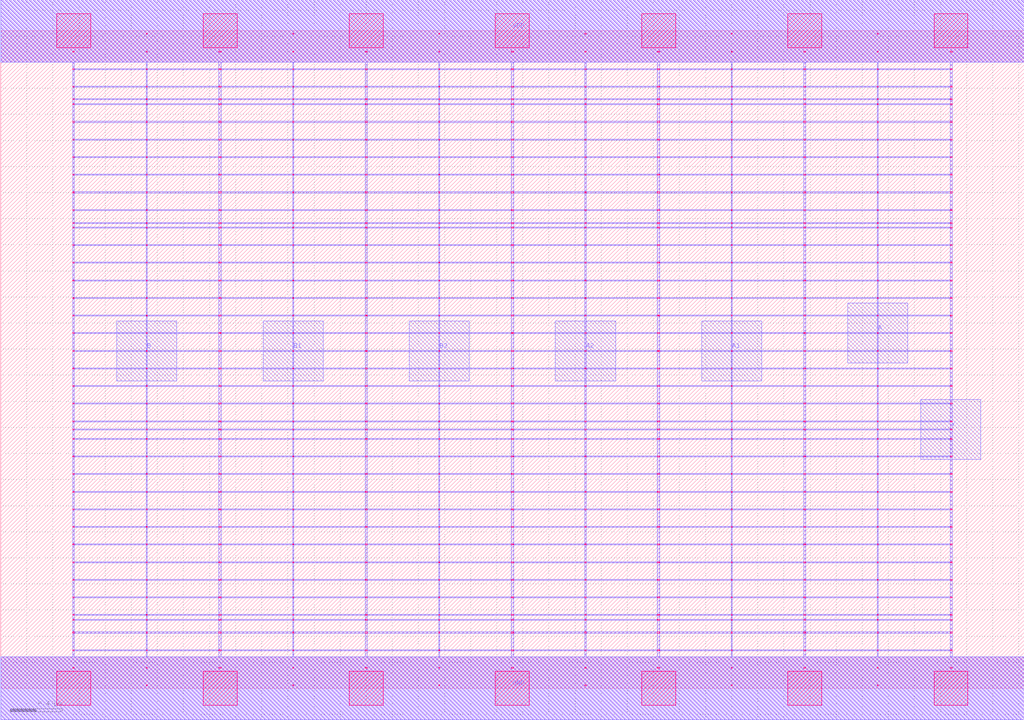
<source format=lef>
MACRO AAOI33_DEBUG
 CLASS CORE ;
 FOREIGN AAOI33_DEBUG 0 0 ;
 SIZE 7.84 BY 5.04 ;
 ORIGIN 0 0 ;
 SYMMETRY X Y R90 ;
 SITE unit ;
  PIN VDD
   DIRECTION INOUT ;
   USE SIGNAL ;
   SHAPE ABUTMENT ;
    PORT
     CLASS CORE ;
       LAYER met1 ;
        RECT 0.00000000 4.80000000 7.84000000 5.28000000 ;
       LAYER met2 ;
        RECT 0.00000000 4.80000000 7.84000000 5.28000000 ;
    END
  END VDD

  PIN GND
   DIRECTION INOUT ;
   USE SIGNAL ;
   SHAPE ABUTMENT ;
    PORT
     CLASS CORE ;
       LAYER met1 ;
        RECT 0.00000000 -0.24000000 7.84000000 0.24000000 ;
       LAYER met2 ;
        RECT 0.00000000 -0.24000000 7.84000000 0.24000000 ;
    END
  END GND

  PIN Y
   DIRECTION INOUT ;
   USE SIGNAL ;
   SHAPE ABUTMENT ;
    PORT
     CLASS CORE ;
       LAYER met2 ;
        RECT 7.05000000 1.75500000 7.51000000 2.21500000 ;
    END
  END Y

  PIN B
   DIRECTION INOUT ;
   USE SIGNAL ;
   SHAPE ABUTMENT ;
    PORT
     CLASS CORE ;
       LAYER met2 ;
        RECT 0.89000000 2.35700000 1.35000000 2.81700000 ;
    END
  END B

  PIN B1
   DIRECTION INOUT ;
   USE SIGNAL ;
   SHAPE ABUTMENT ;
    PORT
     CLASS CORE ;
       LAYER met2 ;
        RECT 2.01000000 2.35700000 2.47000000 2.81700000 ;
    END
  END B1

  PIN B2
   DIRECTION INOUT ;
   USE SIGNAL ;
   SHAPE ABUTMENT ;
    PORT
     CLASS CORE ;
       LAYER met2 ;
        RECT 3.13000000 2.35700000 3.59000000 2.81700000 ;
    END
  END B2

  PIN A2
   DIRECTION INOUT ;
   USE SIGNAL ;
   SHAPE ABUTMENT ;
    PORT
     CLASS CORE ;
       LAYER met2 ;
        RECT 4.25000000 2.35700000 4.71000000 2.81700000 ;
    END
  END A2

  PIN A
   DIRECTION INOUT ;
   USE SIGNAL ;
   SHAPE ABUTMENT ;
    PORT
     CLASS CORE ;
       LAYER met2 ;
        RECT 6.49000000 2.49200000 6.95000000 2.95200000 ;
    END
  END A

  PIN A1
   DIRECTION INOUT ;
   USE SIGNAL ;
   SHAPE ABUTMENT ;
    PORT
     CLASS CORE ;
       LAYER met2 ;
        RECT 5.37000000 2.35700000 5.83000000 2.81700000 ;
    END
  END A1

 OBS
    LAYER polycont ;
     RECT 0.55100000 2.58300000 0.56400000 2.59100000 ;
     RECT 1.11600000 2.58300000 1.12400000 2.59100000 ;
     RECT 1.67100000 2.58300000 1.68900000 2.59100000 ;
     RECT 2.23600000 2.58300000 2.24400000 2.59100000 ;
     RECT 2.79100000 2.58300000 2.80900000 2.59100000 ;
     RECT 3.35600000 2.58300000 3.36400000 2.59100000 ;
     RECT 3.91100000 2.58300000 3.92900000 2.59100000 ;
     RECT 4.47600000 2.58300000 4.48400000 2.59100000 ;
     RECT 5.03100000 2.58300000 5.04900000 2.59100000 ;
     RECT 5.59600000 2.58300000 5.60400000 2.59100000 ;
     RECT 6.15100000 2.58300000 6.16900000 2.59100000 ;
     RECT 6.71600000 2.58300000 6.72400000 2.59100000 ;
     RECT 7.27600000 2.58300000 7.28900000 2.59100000 ;
     RECT 0.55100000 2.71800000 0.56400000 2.72600000 ;
     RECT 1.11600000 2.71800000 1.12400000 2.72600000 ;
     RECT 1.67100000 2.71800000 1.68900000 2.72600000 ;
     RECT 2.23600000 2.71800000 2.24400000 2.72600000 ;
     RECT 2.79100000 2.71800000 2.80900000 2.72600000 ;
     RECT 3.35600000 2.71800000 3.36400000 2.72600000 ;
     RECT 3.91100000 2.71800000 3.92900000 2.72600000 ;
     RECT 4.47600000 2.71800000 4.48400000 2.72600000 ;
     RECT 5.03100000 2.71800000 5.04900000 2.72600000 ;
     RECT 5.59600000 2.71800000 5.60400000 2.72600000 ;
     RECT 6.15100000 2.71800000 6.16900000 2.72600000 ;
     RECT 6.71600000 2.71800000 6.72400000 2.72600000 ;
     RECT 7.27600000 2.71800000 7.28900000 2.72600000 ;
     RECT 0.55100000 2.85300000 0.56400000 2.86100000 ;
     RECT 1.11600000 2.85300000 1.12400000 2.86100000 ;
     RECT 1.67100000 2.85300000 1.68900000 2.86100000 ;
     RECT 2.23600000 2.85300000 2.24400000 2.86100000 ;
     RECT 2.79100000 2.85300000 2.80900000 2.86100000 ;
     RECT 3.35600000 2.85300000 3.36400000 2.86100000 ;
     RECT 3.91100000 2.85300000 3.92900000 2.86100000 ;
     RECT 4.47600000 2.85300000 4.48400000 2.86100000 ;
     RECT 5.03100000 2.85300000 5.04900000 2.86100000 ;
     RECT 5.59600000 2.85300000 5.60400000 2.86100000 ;
     RECT 6.15100000 2.85300000 6.16900000 2.86100000 ;
     RECT 6.71600000 2.85300000 6.72400000 2.86100000 ;
     RECT 7.27600000 2.85300000 7.28900000 2.86100000 ;
     RECT 0.55100000 2.98800000 0.56400000 2.99600000 ;
     RECT 1.11600000 2.98800000 1.12400000 2.99600000 ;
     RECT 1.67100000 2.98800000 1.68900000 2.99600000 ;
     RECT 2.23600000 2.98800000 2.24400000 2.99600000 ;
     RECT 2.79100000 2.98800000 2.80900000 2.99600000 ;
     RECT 3.35600000 2.98800000 3.36400000 2.99600000 ;
     RECT 3.91100000 2.98800000 3.92900000 2.99600000 ;
     RECT 4.47600000 2.98800000 4.48400000 2.99600000 ;
     RECT 5.03100000 2.98800000 5.04900000 2.99600000 ;
     RECT 5.59600000 2.98800000 5.60400000 2.99600000 ;
     RECT 6.15100000 2.98800000 6.16900000 2.99600000 ;
     RECT 6.71600000 2.98800000 6.72400000 2.99600000 ;
     RECT 7.27600000 2.98800000 7.28900000 2.99600000 ;

    LAYER pdiffc ;
     RECT 0.55100000 3.39300000 0.55900000 3.40100000 ;
     RECT 7.28100000 3.39300000 7.28900000 3.40100000 ;
     RECT 0.55100000 3.52800000 0.55900000 3.53600000 ;
     RECT 7.28100000 3.52800000 7.28900000 3.53600000 ;
     RECT 0.55100000 3.56100000 0.55900000 3.56900000 ;
     RECT 7.28100000 3.56100000 7.28900000 3.56900000 ;
     RECT 0.55100000 3.66300000 0.55900000 3.67100000 ;
     RECT 7.28100000 3.66300000 7.28900000 3.67100000 ;
     RECT 0.55100000 3.79800000 0.55900000 3.80600000 ;
     RECT 7.28100000 3.79800000 7.28900000 3.80600000 ;
     RECT 0.55100000 3.93300000 0.55900000 3.94100000 ;
     RECT 7.28100000 3.93300000 7.28900000 3.94100000 ;
     RECT 0.55100000 4.06800000 0.55900000 4.07600000 ;
     RECT 7.28100000 4.06800000 7.28900000 4.07600000 ;
     RECT 0.55100000 4.20300000 0.55900000 4.21100000 ;
     RECT 7.28100000 4.20300000 7.28900000 4.21100000 ;
     RECT 0.55100000 4.33800000 0.55900000 4.34600000 ;
     RECT 7.28100000 4.33800000 7.28900000 4.34600000 ;
     RECT 0.55100000 4.47300000 0.55900000 4.48100000 ;
     RECT 7.28100000 4.47300000 7.28900000 4.48100000 ;
     RECT 0.55100000 4.51100000 0.55900000 4.51900000 ;
     RECT 7.28100000 4.51100000 7.28900000 4.51900000 ;
     RECT 0.55100000 4.60800000 0.55900000 4.61600000 ;
     RECT 7.28100000 4.60800000 7.28900000 4.61600000 ;

    LAYER ndiffc ;
     RECT 3.91100000 0.42300000 3.92900000 0.43100000 ;
     RECT 3.91100000 0.52100000 3.92900000 0.52900000 ;
     RECT 3.91100000 0.55800000 3.92900000 0.56600000 ;
     RECT 3.91100000 0.69300000 3.92900000 0.70100000 ;
     RECT 3.91100000 0.82800000 3.92900000 0.83600000 ;
     RECT 3.91100000 0.96300000 3.92900000 0.97100000 ;
     RECT 3.91100000 1.09800000 3.92900000 1.10600000 ;
     RECT 3.91100000 1.23300000 3.92900000 1.24100000 ;
     RECT 3.91100000 1.36800000 3.92900000 1.37600000 ;
     RECT 3.91100000 1.50300000 3.92900000 1.51100000 ;
     RECT 3.91100000 1.63800000 3.92900000 1.64600000 ;
     RECT 3.91100000 1.77300000 3.92900000 1.78100000 ;
     RECT 3.91100000 1.90800000 3.92900000 1.91600000 ;
     RECT 3.91100000 1.98100000 3.92900000 1.98900000 ;
     RECT 3.91100000 2.04300000 3.92900000 2.05100000 ;
     RECT 7.27600000 0.69300000 7.28900000 0.70100000 ;
     RECT 5.03100000 0.42300000 5.04900000 0.43100000 ;
     RECT 5.03100000 0.82800000 5.04900000 0.83600000 ;
     RECT 6.15100000 0.82800000 6.16900000 0.83600000 ;
     RECT 7.27600000 0.82800000 7.28900000 0.83600000 ;
     RECT 5.03100000 0.52100000 5.04900000 0.52900000 ;
     RECT 5.03100000 0.96300000 5.04900000 0.97100000 ;
     RECT 6.15100000 0.96300000 6.16900000 0.97100000 ;
     RECT 7.27600000 0.96300000 7.28900000 0.97100000 ;
     RECT 6.15100000 0.52100000 6.16900000 0.52900000 ;
     RECT 5.03100000 1.09800000 5.04900000 1.10600000 ;
     RECT 6.15100000 1.09800000 6.16900000 1.10600000 ;
     RECT 7.27600000 1.09800000 7.28900000 1.10600000 ;
     RECT 7.27600000 0.52100000 7.28900000 0.52900000 ;
     RECT 5.03100000 1.23300000 5.04900000 1.24100000 ;
     RECT 6.15100000 1.23300000 6.16900000 1.24100000 ;
     RECT 7.27600000 1.23300000 7.28900000 1.24100000 ;
     RECT 6.15100000 0.42300000 6.16900000 0.43100000 ;
     RECT 5.03100000 1.36800000 5.04900000 1.37600000 ;
     RECT 6.15100000 1.36800000 6.16900000 1.37600000 ;
     RECT 7.27600000 1.36800000 7.28900000 1.37600000 ;
     RECT 5.03100000 0.55800000 5.04900000 0.56600000 ;
     RECT 5.03100000 1.50300000 5.04900000 1.51100000 ;
     RECT 6.15100000 1.50300000 6.16900000 1.51100000 ;
     RECT 7.27600000 1.50300000 7.28900000 1.51100000 ;
     RECT 6.15100000 0.55800000 6.16900000 0.56600000 ;
     RECT 5.03100000 1.63800000 5.04900000 1.64600000 ;
     RECT 6.15100000 1.63800000 6.16900000 1.64600000 ;
     RECT 7.27600000 1.63800000 7.28900000 1.64600000 ;
     RECT 7.27600000 0.55800000 7.28900000 0.56600000 ;
     RECT 5.03100000 1.77300000 5.04900000 1.78100000 ;
     RECT 6.15100000 1.77300000 6.16900000 1.78100000 ;
     RECT 7.27600000 1.77300000 7.28900000 1.78100000 ;
     RECT 7.27600000 0.42300000 7.28900000 0.43100000 ;
     RECT 5.03100000 1.90800000 5.04900000 1.91600000 ;
     RECT 6.15100000 1.90800000 6.16900000 1.91600000 ;
     RECT 7.27600000 1.90800000 7.28900000 1.91600000 ;
     RECT 5.03100000 0.69300000 5.04900000 0.70100000 ;
     RECT 5.03100000 1.98100000 5.04900000 1.98900000 ;
     RECT 6.15100000 1.98100000 6.16900000 1.98900000 ;
     RECT 7.27600000 1.98100000 7.28900000 1.98900000 ;
     RECT 6.15100000 0.69300000 6.16900000 0.70100000 ;
     RECT 5.03100000 2.04300000 5.04900000 2.05100000 ;
     RECT 6.15100000 2.04300000 6.16900000 2.05100000 ;
     RECT 7.27600000 2.04300000 7.28900000 2.05100000 ;
     RECT 2.79100000 0.52100000 2.80900000 0.52900000 ;
     RECT 1.67100000 0.42300000 1.68900000 0.43100000 ;
     RECT 0.55100000 0.96300000 0.56400000 0.97100000 ;
     RECT 0.55100000 1.50300000 0.56400000 1.51100000 ;
     RECT 1.67100000 1.50300000 1.68900000 1.51100000 ;
     RECT 2.79100000 1.50300000 2.80900000 1.51100000 ;
     RECT 1.67100000 0.96300000 1.68900000 0.97100000 ;
     RECT 2.79100000 0.96300000 2.80900000 0.97100000 ;
     RECT 2.79100000 0.42300000 2.80900000 0.43100000 ;
     RECT 0.55100000 0.69300000 0.56400000 0.70100000 ;
     RECT 0.55100000 1.63800000 0.56400000 1.64600000 ;
     RECT 1.67100000 1.63800000 1.68900000 1.64600000 ;
     RECT 2.79100000 1.63800000 2.80900000 1.64600000 ;
     RECT 1.67100000 0.69300000 1.68900000 0.70100000 ;
     RECT 2.79100000 0.69300000 2.80900000 0.70100000 ;
     RECT 0.55100000 1.09800000 0.56400000 1.10600000 ;
     RECT 1.67100000 1.09800000 1.68900000 1.10600000 ;
     RECT 0.55100000 1.77300000 0.56400000 1.78100000 ;
     RECT 1.67100000 1.77300000 1.68900000 1.78100000 ;
     RECT 2.79100000 1.77300000 2.80900000 1.78100000 ;
     RECT 2.79100000 1.09800000 2.80900000 1.10600000 ;
     RECT 0.55100000 0.42300000 0.56400000 0.43100000 ;
     RECT 0.55100000 0.52100000 0.56400000 0.52900000 ;
     RECT 0.55100000 0.55800000 0.56400000 0.56600000 ;
     RECT 0.55100000 1.90800000 0.56400000 1.91600000 ;
     RECT 1.67100000 1.90800000 1.68900000 1.91600000 ;
     RECT 2.79100000 1.90800000 2.80900000 1.91600000 ;
     RECT 1.67100000 0.55800000 1.68900000 0.56600000 ;
     RECT 0.55100000 1.23300000 0.56400000 1.24100000 ;
     RECT 1.67100000 1.23300000 1.68900000 1.24100000 ;
     RECT 2.79100000 1.23300000 2.80900000 1.24100000 ;
     RECT 0.55100000 1.98100000 0.56400000 1.98900000 ;
     RECT 1.67100000 1.98100000 1.68900000 1.98900000 ;
     RECT 2.79100000 1.98100000 2.80900000 1.98900000 ;
     RECT 0.55100000 0.82800000 0.56400000 0.83600000 ;
     RECT 1.67100000 0.82800000 1.68900000 0.83600000 ;
     RECT 2.79100000 0.82800000 2.80900000 0.83600000 ;
     RECT 2.79100000 0.55800000 2.80900000 0.56600000 ;
     RECT 0.55100000 2.04300000 0.56400000 2.05100000 ;
     RECT 1.67100000 2.04300000 1.68900000 2.05100000 ;
     RECT 2.79100000 2.04300000 2.80900000 2.05100000 ;
     RECT 0.55100000 1.36800000 0.56400000 1.37600000 ;
     RECT 1.67100000 1.36800000 1.68900000 1.37600000 ;
     RECT 2.79100000 1.36800000 2.80900000 1.37600000 ;
     RECT 1.67100000 0.52100000 1.68900000 0.52900000 ;

    LAYER met1 ;
     RECT 0.00000000 -0.24000000 7.84000000 0.24000000 ;
     RECT 3.91100000 0.24000000 3.92900000 0.28800000 ;
     RECT 0.55100000 0.28800000 7.28900000 0.29600000 ;
     RECT 3.91100000 0.29600000 3.92900000 0.42300000 ;
     RECT 0.55100000 0.42300000 7.28900000 0.43100000 ;
     RECT 3.91100000 0.43100000 3.92900000 0.52100000 ;
     RECT 0.55100000 0.52100000 7.28900000 0.52900000 ;
     RECT 3.91100000 0.52900000 3.92900000 0.55800000 ;
     RECT 0.55100000 0.55800000 7.28900000 0.56600000 ;
     RECT 3.91100000 0.56600000 3.92900000 0.69300000 ;
     RECT 0.55100000 0.69300000 7.28900000 0.70100000 ;
     RECT 3.91100000 0.70100000 3.92900000 0.82800000 ;
     RECT 0.55100000 0.82800000 7.28900000 0.83600000 ;
     RECT 3.91100000 0.83600000 3.92900000 0.96300000 ;
     RECT 0.55100000 0.96300000 7.28900000 0.97100000 ;
     RECT 3.91100000 0.97100000 3.92900000 1.09800000 ;
     RECT 0.55100000 1.09800000 7.28900000 1.10600000 ;
     RECT 3.91100000 1.10600000 3.92900000 1.23300000 ;
     RECT 0.55100000 1.23300000 7.28900000 1.24100000 ;
     RECT 3.91100000 1.24100000 3.92900000 1.36800000 ;
     RECT 0.55100000 1.36800000 7.28900000 1.37600000 ;
     RECT 3.91100000 1.37600000 3.92900000 1.50300000 ;
     RECT 0.55100000 1.50300000 7.28900000 1.51100000 ;
     RECT 3.91100000 1.51100000 3.92900000 1.63800000 ;
     RECT 0.55100000 1.63800000 7.28900000 1.64600000 ;
     RECT 3.91100000 1.64600000 3.92900000 1.77300000 ;
     RECT 0.55100000 1.77300000 7.28900000 1.78100000 ;
     RECT 3.91100000 1.78100000 3.92900000 1.90800000 ;
     RECT 0.55100000 1.90800000 7.28900000 1.91600000 ;
     RECT 3.91100000 1.91600000 3.92900000 1.98100000 ;
     RECT 0.55100000 1.98100000 7.28900000 1.98900000 ;
     RECT 3.91100000 1.98900000 3.92900000 2.04300000 ;
     RECT 0.55100000 2.04300000 7.28900000 2.05100000 ;
     RECT 3.91100000 2.05100000 3.92900000 2.17800000 ;
     RECT 0.55100000 2.17800000 7.28900000 2.18600000 ;
     RECT 3.91100000 2.18600000 3.92900000 2.31300000 ;
     RECT 0.55100000 2.31300000 7.28900000 2.32100000 ;
     RECT 3.91100000 2.32100000 3.92900000 2.44800000 ;
     RECT 0.55100000 2.44800000 7.28900000 2.45600000 ;
     RECT 0.55100000 2.45600000 0.56400000 2.58300000 ;
     RECT 1.11600000 2.45600000 1.12400000 2.58300000 ;
     RECT 1.67100000 2.45600000 1.68900000 2.58300000 ;
     RECT 2.23600000 2.45600000 2.24400000 2.58300000 ;
     RECT 2.79100000 2.45600000 2.80900000 2.58300000 ;
     RECT 3.35600000 2.45600000 3.36400000 2.58300000 ;
     RECT 3.91100000 2.45600000 3.92900000 2.58300000 ;
     RECT 4.47600000 2.45600000 4.48400000 2.58300000 ;
     RECT 5.03100000 2.45600000 5.04900000 2.58300000 ;
     RECT 5.59600000 2.45600000 5.60400000 2.58300000 ;
     RECT 6.15100000 2.45600000 6.16900000 2.58300000 ;
     RECT 6.71600000 2.45600000 6.72400000 2.58300000 ;
     RECT 7.27600000 2.45600000 7.28900000 2.58300000 ;
     RECT 0.55100000 2.58300000 7.28900000 2.59100000 ;
     RECT 3.91100000 2.59100000 3.92900000 2.71800000 ;
     RECT 0.55100000 2.71800000 7.28900000 2.72600000 ;
     RECT 3.91100000 2.72600000 3.92900000 2.85300000 ;
     RECT 0.55100000 2.85300000 7.28900000 2.86100000 ;
     RECT 3.91100000 2.86100000 3.92900000 2.98800000 ;
     RECT 0.55100000 2.98800000 7.28900000 2.99600000 ;
     RECT 3.91100000 2.99600000 3.92900000 3.12300000 ;
     RECT 0.55100000 3.12300000 7.28900000 3.13100000 ;
     RECT 3.91100000 3.13100000 3.92900000 3.25800000 ;
     RECT 0.55100000 3.25800000 7.28900000 3.26600000 ;
     RECT 3.91100000 3.26600000 3.92900000 3.39300000 ;
     RECT 0.55100000 3.39300000 7.28900000 3.40100000 ;
     RECT 3.91100000 3.40100000 3.92900000 3.52800000 ;
     RECT 0.55100000 3.52800000 7.28900000 3.53600000 ;
     RECT 3.91100000 3.53600000 3.92900000 3.56100000 ;
     RECT 0.55100000 3.56100000 7.28900000 3.56900000 ;
     RECT 3.91100000 3.56900000 3.92900000 3.66300000 ;
     RECT 0.55100000 3.66300000 7.28900000 3.67100000 ;
     RECT 3.91100000 3.67100000 3.92900000 3.79800000 ;
     RECT 0.55100000 3.79800000 7.28900000 3.80600000 ;
     RECT 3.91100000 3.80600000 3.92900000 3.93300000 ;
     RECT 0.55100000 3.93300000 7.28900000 3.94100000 ;
     RECT 3.91100000 3.94100000 3.92900000 4.06800000 ;
     RECT 0.55100000 4.06800000 7.28900000 4.07600000 ;
     RECT 3.91100000 4.07600000 3.92900000 4.20300000 ;
     RECT 0.55100000 4.20300000 7.28900000 4.21100000 ;
     RECT 3.91100000 4.21100000 3.92900000 4.33800000 ;
     RECT 0.55100000 4.33800000 7.28900000 4.34600000 ;
     RECT 3.91100000 4.34600000 3.92900000 4.47300000 ;
     RECT 0.55100000 4.47300000 7.28900000 4.48100000 ;
     RECT 3.91100000 4.48100000 3.92900000 4.51100000 ;
     RECT 0.55100000 4.51100000 7.28900000 4.51900000 ;
     RECT 3.91100000 4.51900000 3.92900000 4.60800000 ;
     RECT 0.55100000 4.60800000 7.28900000 4.61600000 ;
     RECT 3.91100000 4.61600000 3.92900000 4.74300000 ;
     RECT 0.55100000 4.74300000 7.28900000 4.75100000 ;
     RECT 3.91100000 4.75100000 3.92900000 4.80000000 ;
     RECT 0.00000000 4.80000000 7.84000000 5.28000000 ;
     RECT 4.47600000 3.80600000 4.48400000 3.93300000 ;
     RECT 5.03100000 3.80600000 5.04900000 3.93300000 ;
     RECT 5.59600000 3.80600000 5.60400000 3.93300000 ;
     RECT 6.15100000 3.80600000 6.16900000 3.93300000 ;
     RECT 6.71600000 3.80600000 6.72400000 3.93300000 ;
     RECT 7.27600000 3.80600000 7.28900000 3.93300000 ;
     RECT 6.15100000 3.94100000 6.16900000 4.06800000 ;
     RECT 6.71600000 3.94100000 6.72400000 4.06800000 ;
     RECT 7.27600000 3.94100000 7.28900000 4.06800000 ;
     RECT 6.15100000 4.07600000 6.16900000 4.20300000 ;
     RECT 6.71600000 4.07600000 6.72400000 4.20300000 ;
     RECT 7.27600000 4.07600000 7.28900000 4.20300000 ;
     RECT 6.15100000 4.21100000 6.16900000 4.33800000 ;
     RECT 6.71600000 4.21100000 6.72400000 4.33800000 ;
     RECT 7.27600000 4.21100000 7.28900000 4.33800000 ;
     RECT 6.15100000 4.34600000 6.16900000 4.47300000 ;
     RECT 6.71600000 4.34600000 6.72400000 4.47300000 ;
     RECT 7.27600000 4.34600000 7.28900000 4.47300000 ;
     RECT 6.15100000 4.48100000 6.16900000 4.51100000 ;
     RECT 6.71600000 4.48100000 6.72400000 4.51100000 ;
     RECT 7.27600000 4.48100000 7.28900000 4.51100000 ;
     RECT 6.15100000 4.51900000 6.16900000 4.60800000 ;
     RECT 6.71600000 4.51900000 6.72400000 4.60800000 ;
     RECT 7.27600000 4.51900000 7.28900000 4.60800000 ;
     RECT 6.15100000 4.61600000 6.16900000 4.74300000 ;
     RECT 6.71600000 4.61600000 6.72400000 4.74300000 ;
     RECT 7.27600000 4.61600000 7.28900000 4.74300000 ;
     RECT 6.15100000 4.75100000 6.16900000 4.80000000 ;
     RECT 6.71600000 4.75100000 6.72400000 4.80000000 ;
     RECT 7.27600000 4.75100000 7.28900000 4.80000000 ;
     RECT 4.47600000 4.48100000 4.48400000 4.51100000 ;
     RECT 5.03100000 4.48100000 5.04900000 4.51100000 ;
     RECT 5.59600000 4.48100000 5.60400000 4.51100000 ;
     RECT 4.47600000 4.21100000 4.48400000 4.33800000 ;
     RECT 5.03100000 4.21100000 5.04900000 4.33800000 ;
     RECT 5.59600000 4.21100000 5.60400000 4.33800000 ;
     RECT 4.47600000 4.51900000 4.48400000 4.60800000 ;
     RECT 5.03100000 4.51900000 5.04900000 4.60800000 ;
     RECT 5.59600000 4.51900000 5.60400000 4.60800000 ;
     RECT 4.47600000 4.07600000 4.48400000 4.20300000 ;
     RECT 5.03100000 4.07600000 5.04900000 4.20300000 ;
     RECT 5.59600000 4.07600000 5.60400000 4.20300000 ;
     RECT 4.47600000 4.61600000 4.48400000 4.74300000 ;
     RECT 5.03100000 4.61600000 5.04900000 4.74300000 ;
     RECT 5.59600000 4.61600000 5.60400000 4.74300000 ;
     RECT 4.47600000 4.34600000 4.48400000 4.47300000 ;
     RECT 5.03100000 4.34600000 5.04900000 4.47300000 ;
     RECT 5.59600000 4.34600000 5.60400000 4.47300000 ;
     RECT 4.47600000 4.75100000 4.48400000 4.80000000 ;
     RECT 5.03100000 4.75100000 5.04900000 4.80000000 ;
     RECT 5.59600000 4.75100000 5.60400000 4.80000000 ;
     RECT 4.47600000 3.94100000 4.48400000 4.06800000 ;
     RECT 5.03100000 3.94100000 5.04900000 4.06800000 ;
     RECT 5.59600000 3.94100000 5.60400000 4.06800000 ;
     RECT 5.03100000 3.40100000 5.04900000 3.52800000 ;
     RECT 5.59600000 3.40100000 5.60400000 3.52800000 ;
     RECT 4.47600000 3.53600000 4.48400000 3.56100000 ;
     RECT 5.03100000 3.53600000 5.04900000 3.56100000 ;
     RECT 5.59600000 3.53600000 5.60400000 3.56100000 ;
     RECT 5.59600000 2.59100000 5.60400000 2.71800000 ;
     RECT 4.47600000 3.56900000 4.48400000 3.66300000 ;
     RECT 4.47600000 2.59100000 4.48400000 2.71800000 ;
     RECT 5.03100000 2.59100000 5.04900000 2.71800000 ;
     RECT 5.03100000 3.56900000 5.04900000 3.66300000 ;
     RECT 5.59600000 3.56900000 5.60400000 3.66300000 ;
     RECT 4.47600000 2.86100000 4.48400000 2.98800000 ;
     RECT 5.03100000 2.86100000 5.04900000 2.98800000 ;
     RECT 4.47600000 2.99600000 4.48400000 3.12300000 ;
     RECT 5.03100000 2.99600000 5.04900000 3.12300000 ;
     RECT 4.47600000 3.13100000 4.48400000 3.25800000 ;
     RECT 5.03100000 3.13100000 5.04900000 3.25800000 ;
     RECT 4.47600000 3.67100000 4.48400000 3.79800000 ;
     RECT 5.03100000 3.67100000 5.04900000 3.79800000 ;
     RECT 5.59600000 3.67100000 5.60400000 3.79800000 ;
     RECT 5.59600000 2.86100000 5.60400000 2.98800000 ;
     RECT 4.47600000 2.72600000 4.48400000 2.85300000 ;
     RECT 5.03100000 2.72600000 5.04900000 2.85300000 ;
     RECT 5.59600000 3.13100000 5.60400000 3.25800000 ;
     RECT 5.59600000 2.99600000 5.60400000 3.12300000 ;
     RECT 4.47600000 3.26600000 4.48400000 3.39300000 ;
     RECT 5.03100000 3.26600000 5.04900000 3.39300000 ;
     RECT 5.59600000 3.26600000 5.60400000 3.39300000 ;
     RECT 5.59600000 2.72600000 5.60400000 2.85300000 ;
     RECT 4.47600000 3.40100000 4.48400000 3.52800000 ;
     RECT 7.27600000 3.40100000 7.28900000 3.52800000 ;
     RECT 6.71600000 2.59100000 6.72400000 2.71800000 ;
     RECT 7.27600000 2.59100000 7.28900000 2.71800000 ;
     RECT 6.71600000 2.72600000 6.72400000 2.85300000 ;
     RECT 7.27600000 2.72600000 7.28900000 2.85300000 ;
     RECT 7.27600000 3.13100000 7.28900000 3.25800000 ;
     RECT 6.15100000 2.72600000 6.16900000 2.85300000 ;
     RECT 6.15100000 3.67100000 6.16900000 3.79800000 ;
     RECT 6.71600000 3.67100000 6.72400000 3.79800000 ;
     RECT 7.27600000 3.67100000 7.28900000 3.79800000 ;
     RECT 6.15100000 3.26600000 6.16900000 3.39300000 ;
     RECT 6.15100000 2.86100000 6.16900000 2.98800000 ;
     RECT 6.15100000 3.53600000 6.16900000 3.56100000 ;
     RECT 6.71600000 3.53600000 6.72400000 3.56100000 ;
     RECT 7.27600000 3.53600000 7.28900000 3.56100000 ;
     RECT 6.71600000 3.26600000 6.72400000 3.39300000 ;
     RECT 6.15100000 2.59100000 6.16900000 2.71800000 ;
     RECT 7.27600000 3.26600000 7.28900000 3.39300000 ;
     RECT 6.15100000 2.99600000 6.16900000 3.12300000 ;
     RECT 6.71600000 2.86100000 6.72400000 2.98800000 ;
     RECT 7.27600000 2.86100000 7.28900000 2.98800000 ;
     RECT 6.15100000 3.40100000 6.16900000 3.52800000 ;
     RECT 6.15100000 3.13100000 6.16900000 3.25800000 ;
     RECT 6.71600000 3.40100000 6.72400000 3.52800000 ;
     RECT 6.15100000 3.56900000 6.16900000 3.66300000 ;
     RECT 6.71600000 3.56900000 6.72400000 3.66300000 ;
     RECT 6.71600000 2.99600000 6.72400000 3.12300000 ;
     RECT 7.27600000 2.99600000 7.28900000 3.12300000 ;
     RECT 7.27600000 3.56900000 7.28900000 3.66300000 ;
     RECT 6.71600000 3.13100000 6.72400000 3.25800000 ;
     RECT 0.55100000 3.80600000 0.56400000 3.93300000 ;
     RECT 1.11600000 3.80600000 1.12400000 3.93300000 ;
     RECT 1.67100000 3.80600000 1.68900000 3.93300000 ;
     RECT 2.23600000 3.80600000 2.24400000 3.93300000 ;
     RECT 2.79100000 3.80600000 2.80900000 3.93300000 ;
     RECT 3.35600000 3.80600000 3.36400000 3.93300000 ;
     RECT 2.23600000 4.21100000 2.24400000 4.33800000 ;
     RECT 2.79100000 4.21100000 2.80900000 4.33800000 ;
     RECT 3.35600000 4.21100000 3.36400000 4.33800000 ;
     RECT 2.23600000 4.34600000 2.24400000 4.47300000 ;
     RECT 2.79100000 4.34600000 2.80900000 4.47300000 ;
     RECT 3.35600000 4.34600000 3.36400000 4.47300000 ;
     RECT 2.23600000 4.48100000 2.24400000 4.51100000 ;
     RECT 2.79100000 4.48100000 2.80900000 4.51100000 ;
     RECT 3.35600000 4.48100000 3.36400000 4.51100000 ;
     RECT 2.23600000 4.51900000 2.24400000 4.60800000 ;
     RECT 2.79100000 4.51900000 2.80900000 4.60800000 ;
     RECT 3.35600000 4.51900000 3.36400000 4.60800000 ;
     RECT 2.23600000 4.61600000 2.24400000 4.74300000 ;
     RECT 2.79100000 4.61600000 2.80900000 4.74300000 ;
     RECT 3.35600000 4.61600000 3.36400000 4.74300000 ;
     RECT 2.23600000 3.94100000 2.24400000 4.06800000 ;
     RECT 2.79100000 3.94100000 2.80900000 4.06800000 ;
     RECT 3.35600000 3.94100000 3.36400000 4.06800000 ;
     RECT 2.23600000 4.07600000 2.24400000 4.20300000 ;
     RECT 2.23600000 4.75100000 2.24400000 4.80000000 ;
     RECT 2.79100000 4.75100000 2.80900000 4.80000000 ;
     RECT 3.35600000 4.75100000 3.36400000 4.80000000 ;
     RECT 2.79100000 4.07600000 2.80900000 4.20300000 ;
     RECT 3.35600000 4.07600000 3.36400000 4.20300000 ;
     RECT 0.55100000 4.51900000 0.56400000 4.60800000 ;
     RECT 1.11600000 4.51900000 1.12400000 4.60800000 ;
     RECT 1.67100000 4.51900000 1.68900000 4.60800000 ;
     RECT 0.55100000 4.07600000 0.56400000 4.20300000 ;
     RECT 1.11600000 4.07600000 1.12400000 4.20300000 ;
     RECT 1.67100000 4.07600000 1.68900000 4.20300000 ;
     RECT 0.55100000 4.61600000 0.56400000 4.74300000 ;
     RECT 1.11600000 4.61600000 1.12400000 4.74300000 ;
     RECT 1.67100000 4.61600000 1.68900000 4.74300000 ;
     RECT 0.55100000 4.34600000 0.56400000 4.47300000 ;
     RECT 1.11600000 4.34600000 1.12400000 4.47300000 ;
     RECT 1.67100000 4.34600000 1.68900000 4.47300000 ;
     RECT 0.55100000 3.94100000 0.56400000 4.06800000 ;
     RECT 1.11600000 3.94100000 1.12400000 4.06800000 ;
     RECT 1.67100000 3.94100000 1.68900000 4.06800000 ;
     RECT 0.55100000 4.48100000 0.56400000 4.51100000 ;
     RECT 0.55100000 4.75100000 0.56400000 4.80000000 ;
     RECT 1.11600000 4.75100000 1.12400000 4.80000000 ;
     RECT 1.67100000 4.75100000 1.68900000 4.80000000 ;
     RECT 1.11600000 4.48100000 1.12400000 4.51100000 ;
     RECT 1.67100000 4.48100000 1.68900000 4.51100000 ;
     RECT 0.55100000 4.21100000 0.56400000 4.33800000 ;
     RECT 1.11600000 4.21100000 1.12400000 4.33800000 ;
     RECT 1.67100000 4.21100000 1.68900000 4.33800000 ;
     RECT 1.67100000 3.13100000 1.68900000 3.25800000 ;
     RECT 0.55100000 2.86100000 0.56400000 2.98800000 ;
     RECT 1.67100000 2.86100000 1.68900000 2.98800000 ;
     RECT 0.55100000 3.53600000 0.56400000 3.56100000 ;
     RECT 1.11600000 3.53600000 1.12400000 3.56100000 ;
     RECT 1.67100000 3.67100000 1.68900000 3.79800000 ;
     RECT 1.67100000 3.26600000 1.68900000 3.39300000 ;
     RECT 1.67100000 3.53600000 1.68900000 3.56100000 ;
     RECT 1.11600000 2.86100000 1.12400000 2.98800000 ;
     RECT 0.55100000 3.56900000 0.56400000 3.66300000 ;
     RECT 1.11600000 3.56900000 1.12400000 3.66300000 ;
     RECT 1.67100000 3.56900000 1.68900000 3.66300000 ;
     RECT 1.67100000 2.72600000 1.68900000 2.85300000 ;
     RECT 0.55100000 2.99600000 0.56400000 3.12300000 ;
     RECT 1.11600000 2.99600000 1.12400000 3.12300000 ;
     RECT 1.67100000 3.40100000 1.68900000 3.52800000 ;
     RECT 0.55100000 2.59100000 0.56400000 2.71800000 ;
     RECT 1.11600000 2.59100000 1.12400000 2.71800000 ;
     RECT 0.55100000 2.72600000 0.56400000 2.85300000 ;
     RECT 1.11600000 2.72600000 1.12400000 2.85300000 ;
     RECT 0.55100000 3.13100000 0.56400000 3.25800000 ;
     RECT 1.67100000 2.59100000 1.68900000 2.71800000 ;
     RECT 0.55100000 3.26600000 0.56400000 3.39300000 ;
     RECT 1.11600000 3.26600000 1.12400000 3.39300000 ;
     RECT 0.55100000 3.67100000 0.56400000 3.79800000 ;
     RECT 1.11600000 3.67100000 1.12400000 3.79800000 ;
     RECT 1.11600000 3.13100000 1.12400000 3.25800000 ;
     RECT 1.67100000 2.99600000 1.68900000 3.12300000 ;
     RECT 0.55100000 3.40100000 0.56400000 3.52800000 ;
     RECT 1.11600000 3.40100000 1.12400000 3.52800000 ;
     RECT 2.79100000 3.26600000 2.80900000 3.39300000 ;
     RECT 3.35600000 3.26600000 3.36400000 3.39300000 ;
     RECT 2.23600000 3.40100000 2.24400000 3.52800000 ;
     RECT 2.23600000 3.53600000 2.24400000 3.56100000 ;
     RECT 2.79100000 3.53600000 2.80900000 3.56100000 ;
     RECT 2.79100000 2.72600000 2.80900000 2.85300000 ;
     RECT 3.35600000 2.72600000 3.36400000 2.85300000 ;
     RECT 3.35600000 3.53600000 3.36400000 3.56100000 ;
     RECT 2.79100000 2.59100000 2.80900000 2.71800000 ;
     RECT 3.35600000 2.59100000 3.36400000 2.71800000 ;
     RECT 2.23600000 2.59100000 2.24400000 2.71800000 ;
     RECT 2.23600000 2.86100000 2.24400000 2.98800000 ;
     RECT 2.79100000 3.40100000 2.80900000 3.52800000 ;
     RECT 2.23600000 3.13100000 2.24400000 3.25800000 ;
     RECT 2.79100000 3.13100000 2.80900000 3.25800000 ;
     RECT 2.23600000 3.56900000 2.24400000 3.66300000 ;
     RECT 2.79100000 3.56900000 2.80900000 3.66300000 ;
     RECT 3.35600000 3.56900000 3.36400000 3.66300000 ;
     RECT 3.35600000 3.13100000 3.36400000 3.25800000 ;
     RECT 2.23600000 2.72600000 2.24400000 2.85300000 ;
     RECT 2.79100000 2.86100000 2.80900000 2.98800000 ;
     RECT 3.35600000 2.86100000 3.36400000 2.98800000 ;
     RECT 2.23600000 3.67100000 2.24400000 3.79800000 ;
     RECT 2.79100000 3.67100000 2.80900000 3.79800000 ;
     RECT 3.35600000 3.67100000 3.36400000 3.79800000 ;
     RECT 2.23600000 2.99600000 2.24400000 3.12300000 ;
     RECT 2.79100000 2.99600000 2.80900000 3.12300000 ;
     RECT 3.35600000 2.99600000 3.36400000 3.12300000 ;
     RECT 3.35600000 3.40100000 3.36400000 3.52800000 ;
     RECT 2.23600000 3.26600000 2.24400000 3.39300000 ;
     RECT 0.55100000 1.10600000 0.56400000 1.23300000 ;
     RECT 1.11600000 1.10600000 1.12400000 1.23300000 ;
     RECT 1.67100000 1.10600000 1.68900000 1.23300000 ;
     RECT 2.23600000 1.10600000 2.24400000 1.23300000 ;
     RECT 2.79100000 1.10600000 2.80900000 1.23300000 ;
     RECT 3.35600000 1.10600000 3.36400000 1.23300000 ;
     RECT 2.23600000 1.78100000 2.24400000 1.90800000 ;
     RECT 2.79100000 1.78100000 2.80900000 1.90800000 ;
     RECT 3.35600000 1.78100000 3.36400000 1.90800000 ;
     RECT 2.23600000 1.91600000 2.24400000 1.98100000 ;
     RECT 2.79100000 1.91600000 2.80900000 1.98100000 ;
     RECT 3.35600000 1.91600000 3.36400000 1.98100000 ;
     RECT 2.23600000 1.98900000 2.24400000 2.04300000 ;
     RECT 2.79100000 1.98900000 2.80900000 2.04300000 ;
     RECT 3.35600000 1.98900000 3.36400000 2.04300000 ;
     RECT 2.23600000 2.05100000 2.24400000 2.17800000 ;
     RECT 2.79100000 2.05100000 2.80900000 2.17800000 ;
     RECT 3.35600000 2.05100000 3.36400000 2.17800000 ;
     RECT 2.23600000 2.18600000 2.24400000 2.31300000 ;
     RECT 2.79100000 2.18600000 2.80900000 2.31300000 ;
     RECT 3.35600000 2.18600000 3.36400000 2.31300000 ;
     RECT 2.23600000 2.32100000 2.24400000 2.44800000 ;
     RECT 2.79100000 2.32100000 2.80900000 2.44800000 ;
     RECT 3.35600000 2.32100000 3.36400000 2.44800000 ;
     RECT 2.23600000 1.51100000 2.24400000 1.63800000 ;
     RECT 2.79100000 1.51100000 2.80900000 1.63800000 ;
     RECT 3.35600000 1.51100000 3.36400000 1.63800000 ;
     RECT 2.23600000 1.64600000 2.24400000 1.77300000 ;
     RECT 2.79100000 1.64600000 2.80900000 1.77300000 ;
     RECT 3.35600000 1.64600000 3.36400000 1.77300000 ;
     RECT 2.23600000 1.24100000 2.24400000 1.36800000 ;
     RECT 2.79100000 1.24100000 2.80900000 1.36800000 ;
     RECT 3.35600000 1.24100000 3.36400000 1.36800000 ;
     RECT 2.23600000 1.37600000 2.24400000 1.50300000 ;
     RECT 2.79100000 1.37600000 2.80900000 1.50300000 ;
     RECT 3.35600000 1.37600000 3.36400000 1.50300000 ;
     RECT 1.67100000 2.18600000 1.68900000 2.31300000 ;
     RECT 1.67100000 1.91600000 1.68900000 1.98100000 ;
     RECT 1.11600000 1.64600000 1.12400000 1.77300000 ;
     RECT 0.55100000 1.78100000 0.56400000 1.90800000 ;
     RECT 0.55100000 2.32100000 0.56400000 2.44800000 ;
     RECT 1.11600000 2.32100000 1.12400000 2.44800000 ;
     RECT 1.67100000 2.32100000 1.68900000 2.44800000 ;
     RECT 1.11600000 1.78100000 1.12400000 1.90800000 ;
     RECT 0.55100000 1.98900000 0.56400000 2.04300000 ;
     RECT 1.11600000 1.98900000 1.12400000 2.04300000 ;
     RECT 1.67100000 1.98900000 1.68900000 2.04300000 ;
     RECT 1.67100000 1.78100000 1.68900000 1.90800000 ;
     RECT 1.67100000 1.64600000 1.68900000 1.77300000 ;
     RECT 1.67100000 1.51100000 1.68900000 1.63800000 ;
     RECT 0.55100000 2.05100000 0.56400000 2.17800000 ;
     RECT 1.11600000 2.05100000 1.12400000 2.17800000 ;
     RECT 0.55100000 1.24100000 0.56400000 1.36800000 ;
     RECT 1.11600000 1.24100000 1.12400000 1.36800000 ;
     RECT 1.67100000 1.24100000 1.68900000 1.36800000 ;
     RECT 1.67100000 2.05100000 1.68900000 2.17800000 ;
     RECT 0.55100000 1.64600000 0.56400000 1.77300000 ;
     RECT 0.55100000 1.91600000 0.56400000 1.98100000 ;
     RECT 0.55100000 1.37600000 0.56400000 1.50300000 ;
     RECT 1.11600000 1.37600000 1.12400000 1.50300000 ;
     RECT 1.67100000 1.37600000 1.68900000 1.50300000 ;
     RECT 1.11600000 1.91600000 1.12400000 1.98100000 ;
     RECT 0.55100000 2.18600000 0.56400000 2.31300000 ;
     RECT 1.11600000 2.18600000 1.12400000 2.31300000 ;
     RECT 0.55100000 1.51100000 0.56400000 1.63800000 ;
     RECT 1.11600000 1.51100000 1.12400000 1.63800000 ;
     RECT 1.67100000 0.24000000 1.68900000 0.28800000 ;
     RECT 0.55100000 0.56600000 0.56400000 0.69300000 ;
     RECT 1.67100000 0.56600000 1.68900000 0.69300000 ;
     RECT 1.11600000 0.56600000 1.12400000 0.69300000 ;
     RECT 1.11600000 0.52900000 1.12400000 0.55800000 ;
     RECT 1.67100000 0.52900000 1.68900000 0.55800000 ;
     RECT 0.55100000 0.24000000 0.56400000 0.28800000 ;
     RECT 0.55100000 0.43100000 0.56400000 0.52100000 ;
     RECT 1.11600000 0.43100000 1.12400000 0.52100000 ;
     RECT 1.11600000 0.24000000 1.12400000 0.28800000 ;
     RECT 0.55100000 0.52900000 0.56400000 0.55800000 ;
     RECT 0.55100000 0.29600000 0.56400000 0.42300000 ;
     RECT 1.11600000 0.29600000 1.12400000 0.42300000 ;
     RECT 0.55100000 0.70100000 0.56400000 0.82800000 ;
     RECT 1.11600000 0.70100000 1.12400000 0.82800000 ;
     RECT 1.67100000 0.43100000 1.68900000 0.52100000 ;
     RECT 1.67100000 0.70100000 1.68900000 0.82800000 ;
     RECT 1.67100000 0.29600000 1.68900000 0.42300000 ;
     RECT 0.55100000 0.83600000 0.56400000 0.96300000 ;
     RECT 1.11600000 0.83600000 1.12400000 0.96300000 ;
     RECT 1.67100000 0.83600000 1.68900000 0.96300000 ;
     RECT 0.55100000 0.97100000 0.56400000 1.09800000 ;
     RECT 1.11600000 0.97100000 1.12400000 1.09800000 ;
     RECT 1.67100000 0.97100000 1.68900000 1.09800000 ;
     RECT 3.35600000 0.70100000 3.36400000 0.82800000 ;
     RECT 2.23600000 0.56600000 2.24400000 0.69300000 ;
     RECT 2.23600000 0.29600000 2.24400000 0.42300000 ;
     RECT 2.79100000 0.56600000 2.80900000 0.69300000 ;
     RECT 3.35600000 0.56600000 3.36400000 0.69300000 ;
     RECT 2.79100000 0.52900000 2.80900000 0.55800000 ;
     RECT 2.23600000 0.83600000 2.24400000 0.96300000 ;
     RECT 2.79100000 0.83600000 2.80900000 0.96300000 ;
     RECT 3.35600000 0.83600000 3.36400000 0.96300000 ;
     RECT 2.79100000 0.29600000 2.80900000 0.42300000 ;
     RECT 3.35600000 0.29600000 3.36400000 0.42300000 ;
     RECT 3.35600000 0.52900000 3.36400000 0.55800000 ;
     RECT 3.35600000 0.24000000 3.36400000 0.28800000 ;
     RECT 2.23600000 0.43100000 2.24400000 0.52100000 ;
     RECT 2.79100000 0.24000000 2.80900000 0.28800000 ;
     RECT 2.23600000 0.97100000 2.24400000 1.09800000 ;
     RECT 2.79100000 0.97100000 2.80900000 1.09800000 ;
     RECT 3.35600000 0.97100000 3.36400000 1.09800000 ;
     RECT 2.23600000 0.52900000 2.24400000 0.55800000 ;
     RECT 2.23600000 0.24000000 2.24400000 0.28800000 ;
     RECT 2.79100000 0.43100000 2.80900000 0.52100000 ;
     RECT 3.35600000 0.43100000 3.36400000 0.52100000 ;
     RECT 2.23600000 0.70100000 2.24400000 0.82800000 ;
     RECT 2.79100000 0.70100000 2.80900000 0.82800000 ;
     RECT 4.47600000 1.10600000 4.48400000 1.23300000 ;
     RECT 5.03100000 1.10600000 5.04900000 1.23300000 ;
     RECT 5.59600000 1.10600000 5.60400000 1.23300000 ;
     RECT 6.15100000 1.10600000 6.16900000 1.23300000 ;
     RECT 6.71600000 1.10600000 6.72400000 1.23300000 ;
     RECT 7.27600000 1.10600000 7.28900000 1.23300000 ;
     RECT 6.15100000 1.91600000 6.16900000 1.98100000 ;
     RECT 6.71600000 1.91600000 6.72400000 1.98100000 ;
     RECT 7.27600000 1.91600000 7.28900000 1.98100000 ;
     RECT 6.15100000 1.98900000 6.16900000 2.04300000 ;
     RECT 6.71600000 1.98900000 6.72400000 2.04300000 ;
     RECT 7.27600000 1.98900000 7.28900000 2.04300000 ;
     RECT 6.15100000 2.05100000 6.16900000 2.17800000 ;
     RECT 6.71600000 2.05100000 6.72400000 2.17800000 ;
     RECT 7.27600000 2.05100000 7.28900000 2.17800000 ;
     RECT 6.15100000 1.24100000 6.16900000 1.36800000 ;
     RECT 6.71600000 1.24100000 6.72400000 1.36800000 ;
     RECT 7.27600000 1.24100000 7.28900000 1.36800000 ;
     RECT 6.15100000 2.18600000 6.16900000 2.31300000 ;
     RECT 6.71600000 2.18600000 6.72400000 2.31300000 ;
     RECT 7.27600000 2.18600000 7.28900000 2.31300000 ;
     RECT 6.15100000 1.37600000 6.16900000 1.50300000 ;
     RECT 6.15100000 2.32100000 6.16900000 2.44800000 ;
     RECT 6.71600000 2.32100000 6.72400000 2.44800000 ;
     RECT 7.27600000 2.32100000 7.28900000 2.44800000 ;
     RECT 6.71600000 1.37600000 6.72400000 1.50300000 ;
     RECT 7.27600000 1.37600000 7.28900000 1.50300000 ;
     RECT 6.15100000 1.51100000 6.16900000 1.63800000 ;
     RECT 6.71600000 1.51100000 6.72400000 1.63800000 ;
     RECT 7.27600000 1.51100000 7.28900000 1.63800000 ;
     RECT 6.15100000 1.64600000 6.16900000 1.77300000 ;
     RECT 6.71600000 1.64600000 6.72400000 1.77300000 ;
     RECT 7.27600000 1.64600000 7.28900000 1.77300000 ;
     RECT 6.15100000 1.78100000 6.16900000 1.90800000 ;
     RECT 6.71600000 1.78100000 6.72400000 1.90800000 ;
     RECT 7.27600000 1.78100000 7.28900000 1.90800000 ;
     RECT 5.03100000 1.37600000 5.04900000 1.50300000 ;
     RECT 5.59600000 1.37600000 5.60400000 1.50300000 ;
     RECT 5.59600000 2.05100000 5.60400000 2.17800000 ;
     RECT 4.47600000 2.32100000 4.48400000 2.44800000 ;
     RECT 5.03100000 2.32100000 5.04900000 2.44800000 ;
     RECT 5.59600000 2.32100000 5.60400000 2.44800000 ;
     RECT 5.03100000 1.98900000 5.04900000 2.04300000 ;
     RECT 5.59600000 1.98900000 5.60400000 2.04300000 ;
     RECT 5.59600000 1.91600000 5.60400000 1.98100000 ;
     RECT 5.59600000 1.24100000 5.60400000 1.36800000 ;
     RECT 5.03100000 1.91600000 5.04900000 1.98100000 ;
     RECT 4.47600000 1.51100000 4.48400000 1.63800000 ;
     RECT 5.03100000 1.51100000 5.04900000 1.63800000 ;
     RECT 5.59600000 1.51100000 5.60400000 1.63800000 ;
     RECT 4.47600000 1.98900000 4.48400000 2.04300000 ;
     RECT 4.47600000 1.24100000 4.48400000 1.36800000 ;
     RECT 4.47600000 2.18600000 4.48400000 2.31300000 ;
     RECT 4.47600000 1.64600000 4.48400000 1.77300000 ;
     RECT 5.03100000 1.64600000 5.04900000 1.77300000 ;
     RECT 5.59600000 1.64600000 5.60400000 1.77300000 ;
     RECT 5.03100000 2.18600000 5.04900000 2.31300000 ;
     RECT 5.59600000 2.18600000 5.60400000 2.31300000 ;
     RECT 5.03100000 1.24100000 5.04900000 1.36800000 ;
     RECT 4.47600000 1.78100000 4.48400000 1.90800000 ;
     RECT 5.03100000 1.78100000 5.04900000 1.90800000 ;
     RECT 5.59600000 1.78100000 5.60400000 1.90800000 ;
     RECT 4.47600000 2.05100000 4.48400000 2.17800000 ;
     RECT 5.03100000 2.05100000 5.04900000 2.17800000 ;
     RECT 4.47600000 1.37600000 4.48400000 1.50300000 ;
     RECT 4.47600000 1.91600000 4.48400000 1.98100000 ;
     RECT 4.47600000 0.29600000 4.48400000 0.42300000 ;
     RECT 5.03100000 0.29600000 5.04900000 0.42300000 ;
     RECT 4.47600000 0.43100000 4.48400000 0.52100000 ;
     RECT 5.03100000 0.43100000 5.04900000 0.52100000 ;
     RECT 5.59600000 0.29600000 5.60400000 0.42300000 ;
     RECT 5.59600000 0.52900000 5.60400000 0.55800000 ;
     RECT 4.47600000 0.83600000 4.48400000 0.96300000 ;
     RECT 5.03100000 0.83600000 5.04900000 0.96300000 ;
     RECT 5.59600000 0.83600000 5.60400000 0.96300000 ;
     RECT 4.47600000 0.52900000 4.48400000 0.55800000 ;
     RECT 5.59600000 0.43100000 5.60400000 0.52100000 ;
     RECT 4.47600000 0.97100000 4.48400000 1.09800000 ;
     RECT 5.03100000 0.97100000 5.04900000 1.09800000 ;
     RECT 5.59600000 0.97100000 5.60400000 1.09800000 ;
     RECT 5.03100000 0.52900000 5.04900000 0.55800000 ;
     RECT 5.59600000 0.24000000 5.60400000 0.28800000 ;
     RECT 4.47600000 0.70100000 4.48400000 0.82800000 ;
     RECT 5.03100000 0.70100000 5.04900000 0.82800000 ;
     RECT 5.59600000 0.70100000 5.60400000 0.82800000 ;
     RECT 4.47600000 0.24000000 4.48400000 0.28800000 ;
     RECT 4.47600000 0.56600000 4.48400000 0.69300000 ;
     RECT 5.03100000 0.56600000 5.04900000 0.69300000 ;
     RECT 5.59600000 0.56600000 5.60400000 0.69300000 ;
     RECT 5.03100000 0.24000000 5.04900000 0.28800000 ;
     RECT 6.15100000 0.29600000 6.16900000 0.42300000 ;
     RECT 6.15100000 0.70100000 6.16900000 0.82800000 ;
     RECT 6.15100000 0.43100000 6.16900000 0.52100000 ;
     RECT 6.71600000 0.83600000 6.72400000 0.96300000 ;
     RECT 7.27600000 0.83600000 7.28900000 0.96300000 ;
     RECT 6.15100000 0.52900000 6.16900000 0.55800000 ;
     RECT 6.15100000 0.97100000 6.16900000 1.09800000 ;
     RECT 6.71600000 0.97100000 6.72400000 1.09800000 ;
     RECT 7.27600000 0.97100000 7.28900000 1.09800000 ;
     RECT 6.71600000 0.52900000 6.72400000 0.55800000 ;
     RECT 7.27600000 0.52900000 7.28900000 0.55800000 ;
     RECT 6.71600000 0.70100000 6.72400000 0.82800000 ;
     RECT 6.71600000 0.24000000 6.72400000 0.28800000 ;
     RECT 7.27600000 0.24000000 7.28900000 0.28800000 ;
     RECT 6.15100000 0.83600000 6.16900000 0.96300000 ;
     RECT 7.27600000 0.70100000 7.28900000 0.82800000 ;
     RECT 6.15100000 0.24000000 6.16900000 0.28800000 ;
     RECT 6.71600000 0.29600000 6.72400000 0.42300000 ;
     RECT 6.15100000 0.56600000 6.16900000 0.69300000 ;
     RECT 6.71600000 0.56600000 6.72400000 0.69300000 ;
     RECT 7.27600000 0.56600000 7.28900000 0.69300000 ;
     RECT 6.71600000 0.43100000 6.72400000 0.52100000 ;
     RECT 7.27600000 0.43100000 7.28900000 0.52100000 ;
     RECT 7.27600000 0.29600000 7.28900000 0.42300000 ;

    LAYER via1 ;
     RECT 3.79000000 -0.13000000 4.05000000 0.13000000 ;
     RECT 3.91100000 0.15300000 3.92900000 0.16100000 ;
     RECT 3.91100000 0.28800000 3.92900000 0.29600000 ;
     RECT 3.91100000 0.42300000 3.92900000 0.43100000 ;
     RECT 3.91100000 0.52100000 3.92900000 0.52900000 ;
     RECT 3.91100000 0.55800000 3.92900000 0.56600000 ;
     RECT 3.91100000 0.69300000 3.92900000 0.70100000 ;
     RECT 3.91100000 0.82800000 3.92900000 0.83600000 ;
     RECT 3.91100000 0.96300000 3.92900000 0.97100000 ;
     RECT 3.91100000 1.09800000 3.92900000 1.10600000 ;
     RECT 3.91100000 1.23300000 3.92900000 1.24100000 ;
     RECT 3.91100000 1.36800000 3.92900000 1.37600000 ;
     RECT 3.91100000 1.50300000 3.92900000 1.51100000 ;
     RECT 3.91100000 1.63800000 3.92900000 1.64600000 ;
     RECT 3.91100000 1.77300000 3.92900000 1.78100000 ;
     RECT 3.91100000 1.90800000 3.92900000 1.91600000 ;
     RECT 3.91100000 1.98100000 3.92900000 1.98900000 ;
     RECT 3.91100000 2.04300000 3.92900000 2.05100000 ;
     RECT 3.91100000 2.17800000 3.92900000 2.18600000 ;
     RECT 3.91100000 2.31300000 3.92900000 2.32100000 ;
     RECT 3.91100000 2.44800000 3.92900000 2.45600000 ;
     RECT 3.91100000 2.58300000 3.92900000 2.59100000 ;
     RECT 3.91100000 2.71800000 3.92900000 2.72600000 ;
     RECT 3.91100000 2.85300000 3.92900000 2.86100000 ;
     RECT 3.91100000 2.98800000 3.92900000 2.99600000 ;
     RECT 3.91100000 3.12300000 3.92900000 3.13100000 ;
     RECT 3.91100000 3.25800000 3.92900000 3.26600000 ;
     RECT 3.91100000 3.39300000 3.92900000 3.40100000 ;
     RECT 3.91100000 3.52800000 3.92900000 3.53600000 ;
     RECT 3.91100000 3.56100000 3.92900000 3.56900000 ;
     RECT 3.91100000 3.66300000 3.92900000 3.67100000 ;
     RECT 3.91100000 3.79800000 3.92900000 3.80600000 ;
     RECT 3.91100000 3.93300000 3.92900000 3.94100000 ;
     RECT 3.91100000 4.06800000 3.92900000 4.07600000 ;
     RECT 3.91100000 4.20300000 3.92900000 4.21100000 ;
     RECT 3.91100000 4.33800000 3.92900000 4.34600000 ;
     RECT 3.91100000 4.47300000 3.92900000 4.48100000 ;
     RECT 3.91100000 4.51100000 3.92900000 4.51900000 ;
     RECT 3.91100000 4.60800000 3.92900000 4.61600000 ;
     RECT 3.91100000 4.74300000 3.92900000 4.75100000 ;
     RECT 3.91100000 4.87800000 3.92900000 4.88600000 ;
     RECT 3.79000000 4.91000000 4.05000000 5.17000000 ;
     RECT 6.15100000 3.93300000 6.16900000 3.94100000 ;
     RECT 6.71600000 3.93300000 6.72400000 3.94100000 ;
     RECT 7.27600000 3.93300000 7.28900000 3.94100000 ;
     RECT 6.15100000 4.06800000 6.16900000 4.07600000 ;
     RECT 6.71600000 4.06800000 6.72400000 4.07600000 ;
     RECT 7.27600000 4.06800000 7.28900000 4.07600000 ;
     RECT 6.15100000 4.20300000 6.16900000 4.21100000 ;
     RECT 6.71600000 4.20300000 6.72400000 4.21100000 ;
     RECT 7.27600000 4.20300000 7.28900000 4.21100000 ;
     RECT 6.15100000 4.33800000 6.16900000 4.34600000 ;
     RECT 6.71600000 4.33800000 6.72400000 4.34600000 ;
     RECT 7.27600000 4.33800000 7.28900000 4.34600000 ;
     RECT 6.15100000 4.47300000 6.16900000 4.48100000 ;
     RECT 6.71600000 4.47300000 6.72400000 4.48100000 ;
     RECT 7.27600000 4.47300000 7.28900000 4.48100000 ;
     RECT 6.15100000 4.51100000 6.16900000 4.51900000 ;
     RECT 6.71600000 4.51100000 6.72400000 4.51900000 ;
     RECT 7.27600000 4.51100000 7.28900000 4.51900000 ;
     RECT 6.15100000 4.60800000 6.16900000 4.61600000 ;
     RECT 6.71600000 4.60800000 6.72400000 4.61600000 ;
     RECT 7.27600000 4.60800000 7.28900000 4.61600000 ;
     RECT 6.15100000 4.74300000 6.16900000 4.75100000 ;
     RECT 6.71600000 4.74300000 6.72400000 4.75100000 ;
     RECT 7.27600000 4.74300000 7.28900000 4.75100000 ;
     RECT 6.15100000 4.87800000 6.16900000 4.88600000 ;
     RECT 6.71600000 4.87800000 6.72400000 4.88600000 ;
     RECT 7.27600000 4.87800000 7.28900000 4.88600000 ;
     RECT 6.71600000 5.01300000 6.72400000 5.02100000 ;
     RECT 6.03000000 4.91000000 6.29000000 5.17000000 ;
     RECT 7.15000000 4.91000000 7.41000000 5.17000000 ;
     RECT 4.47600000 4.51100000 4.48400000 4.51900000 ;
     RECT 5.03100000 4.51100000 5.04900000 4.51900000 ;
     RECT 5.59600000 4.51100000 5.60400000 4.51900000 ;
     RECT 4.47600000 4.06800000 4.48400000 4.07600000 ;
     RECT 5.03100000 4.06800000 5.04900000 4.07600000 ;
     RECT 5.59600000 4.06800000 5.60400000 4.07600000 ;
     RECT 4.47600000 4.60800000 4.48400000 4.61600000 ;
     RECT 5.03100000 4.60800000 5.04900000 4.61600000 ;
     RECT 5.59600000 4.60800000 5.60400000 4.61600000 ;
     RECT 4.47600000 4.33800000 4.48400000 4.34600000 ;
     RECT 5.03100000 4.33800000 5.04900000 4.34600000 ;
     RECT 5.59600000 4.33800000 5.60400000 4.34600000 ;
     RECT 4.47600000 4.74300000 4.48400000 4.75100000 ;
     RECT 5.03100000 4.74300000 5.04900000 4.75100000 ;
     RECT 5.59600000 4.74300000 5.60400000 4.75100000 ;
     RECT 4.47600000 3.93300000 4.48400000 3.94100000 ;
     RECT 5.03100000 3.93300000 5.04900000 3.94100000 ;
     RECT 5.59600000 3.93300000 5.60400000 3.94100000 ;
     RECT 4.47600000 4.87800000 4.48400000 4.88600000 ;
     RECT 5.03100000 4.87800000 5.04900000 4.88600000 ;
     RECT 5.59600000 4.87800000 5.60400000 4.88600000 ;
     RECT 4.47600000 4.47300000 4.48400000 4.48100000 ;
     RECT 5.03100000 4.47300000 5.04900000 4.48100000 ;
     RECT 5.59600000 4.47300000 5.60400000 4.48100000 ;
     RECT 4.47600000 5.01300000 4.48400000 5.02100000 ;
     RECT 5.59600000 5.01300000 5.60400000 5.02100000 ;
     RECT 4.47600000 4.20300000 4.48400000 4.21100000 ;
     RECT 4.91000000 4.91000000 5.17000000 5.17000000 ;
     RECT 5.03100000 4.20300000 5.04900000 4.21100000 ;
     RECT 5.59600000 4.20300000 5.60400000 4.21100000 ;
     RECT 5.59600000 2.58300000 5.60400000 2.59100000 ;
     RECT 5.03100000 2.85300000 5.04900000 2.86100000 ;
     RECT 4.47600000 2.98800000 4.48400000 2.99600000 ;
     RECT 5.03100000 2.98800000 5.04900000 2.99600000 ;
     RECT 5.59600000 2.98800000 5.60400000 2.99600000 ;
     RECT 4.47600000 3.12300000 4.48400000 3.13100000 ;
     RECT 5.03100000 3.12300000 5.04900000 3.13100000 ;
     RECT 5.59600000 3.12300000 5.60400000 3.13100000 ;
     RECT 5.59600000 2.85300000 5.60400000 2.86100000 ;
     RECT 4.47600000 3.25800000 4.48400000 3.26600000 ;
     RECT 5.03100000 3.25800000 5.04900000 3.26600000 ;
     RECT 5.59600000 3.25800000 5.60400000 3.26600000 ;
     RECT 4.47600000 3.39300000 4.48400000 3.40100000 ;
     RECT 5.03100000 3.39300000 5.04900000 3.40100000 ;
     RECT 5.59600000 3.39300000 5.60400000 3.40100000 ;
     RECT 4.47600000 2.58300000 4.48400000 2.59100000 ;
     RECT 4.47600000 3.52800000 4.48400000 3.53600000 ;
     RECT 5.03100000 3.52800000 5.04900000 3.53600000 ;
     RECT 5.59600000 3.52800000 5.60400000 3.53600000 ;
     RECT 4.47600000 2.71800000 4.48400000 2.72600000 ;
     RECT 5.03100000 2.58300000 5.04900000 2.59100000 ;
     RECT 4.47600000 3.56100000 4.48400000 3.56900000 ;
     RECT 5.03100000 3.56100000 5.04900000 3.56900000 ;
     RECT 5.59600000 3.56100000 5.60400000 3.56900000 ;
     RECT 5.03100000 2.71800000 5.04900000 2.72600000 ;
     RECT 4.47600000 3.66300000 4.48400000 3.67100000 ;
     RECT 5.03100000 3.66300000 5.04900000 3.67100000 ;
     RECT 4.47600000 2.85300000 4.48400000 2.86100000 ;
     RECT 5.59600000 3.66300000 5.60400000 3.67100000 ;
     RECT 5.59600000 2.71800000 5.60400000 2.72600000 ;
     RECT 4.47600000 3.79800000 4.48400000 3.80600000 ;
     RECT 5.03100000 3.79800000 5.04900000 3.80600000 ;
     RECT 5.59600000 3.79800000 5.60400000 3.80600000 ;
     RECT 6.71600000 2.71800000 6.72400000 2.72600000 ;
     RECT 6.71600000 2.98800000 6.72400000 2.99600000 ;
     RECT 6.15100000 3.25800000 6.16900000 3.26600000 ;
     RECT 6.71600000 3.25800000 6.72400000 3.26600000 ;
     RECT 7.27600000 3.25800000 7.28900000 3.26600000 ;
     RECT 6.15100000 3.56100000 6.16900000 3.56900000 ;
     RECT 6.71600000 3.56100000 6.72400000 3.56900000 ;
     RECT 7.27600000 2.71800000 7.28900000 2.72600000 ;
     RECT 7.27600000 3.56100000 7.28900000 3.56900000 ;
     RECT 7.27600000 2.58300000 7.28900000 2.59100000 ;
     RECT 7.27600000 2.98800000 7.28900000 2.99600000 ;
     RECT 6.15100000 3.12300000 6.16900000 3.13100000 ;
     RECT 6.15100000 2.85300000 6.16900000 2.86100000 ;
     RECT 6.71600000 3.12300000 6.72400000 3.13100000 ;
     RECT 6.15100000 3.66300000 6.16900000 3.67100000 ;
     RECT 6.71600000 3.66300000 6.72400000 3.67100000 ;
     RECT 7.27600000 3.66300000 7.28900000 3.67100000 ;
     RECT 6.15100000 3.39300000 6.16900000 3.40100000 ;
     RECT 6.71600000 3.39300000 6.72400000 3.40100000 ;
     RECT 6.71600000 2.85300000 6.72400000 2.86100000 ;
     RECT 7.27600000 3.39300000 7.28900000 3.40100000 ;
     RECT 7.27600000 3.12300000 7.28900000 3.13100000 ;
     RECT 6.15100000 3.79800000 6.16900000 3.80600000 ;
     RECT 6.71600000 3.79800000 6.72400000 3.80600000 ;
     RECT 7.27600000 3.79800000 7.28900000 3.80600000 ;
     RECT 6.15100000 2.71800000 6.16900000 2.72600000 ;
     RECT 6.71600000 2.58300000 6.72400000 2.59100000 ;
     RECT 6.15100000 2.58300000 6.16900000 2.59100000 ;
     RECT 6.15100000 2.98800000 6.16900000 2.99600000 ;
     RECT 7.27600000 2.85300000 7.28900000 2.86100000 ;
     RECT 6.15100000 3.52800000 6.16900000 3.53600000 ;
     RECT 6.71600000 3.52800000 6.72400000 3.53600000 ;
     RECT 7.27600000 3.52800000 7.28900000 3.53600000 ;
     RECT 2.79100000 3.93300000 2.80900000 3.94100000 ;
     RECT 3.35600000 3.93300000 3.36400000 3.94100000 ;
     RECT 2.23600000 4.06800000 2.24400000 4.07600000 ;
     RECT 2.79100000 4.06800000 2.80900000 4.07600000 ;
     RECT 3.35600000 4.06800000 3.36400000 4.07600000 ;
     RECT 2.23600000 4.20300000 2.24400000 4.21100000 ;
     RECT 2.79100000 4.20300000 2.80900000 4.21100000 ;
     RECT 3.35600000 4.20300000 3.36400000 4.21100000 ;
     RECT 2.23600000 4.33800000 2.24400000 4.34600000 ;
     RECT 2.79100000 4.33800000 2.80900000 4.34600000 ;
     RECT 3.35600000 4.33800000 3.36400000 4.34600000 ;
     RECT 2.23600000 4.47300000 2.24400000 4.48100000 ;
     RECT 2.79100000 4.47300000 2.80900000 4.48100000 ;
     RECT 3.35600000 4.47300000 3.36400000 4.48100000 ;
     RECT 2.23600000 4.51100000 2.24400000 4.51900000 ;
     RECT 2.79100000 4.51100000 2.80900000 4.51900000 ;
     RECT 3.35600000 4.51100000 3.36400000 4.51900000 ;
     RECT 2.23600000 4.60800000 2.24400000 4.61600000 ;
     RECT 2.79100000 4.60800000 2.80900000 4.61600000 ;
     RECT 3.35600000 4.60800000 3.36400000 4.61600000 ;
     RECT 2.23600000 4.74300000 2.24400000 4.75100000 ;
     RECT 2.79100000 4.74300000 2.80900000 4.75100000 ;
     RECT 3.35600000 4.74300000 3.36400000 4.75100000 ;
     RECT 2.23600000 4.87800000 2.24400000 4.88600000 ;
     RECT 2.79100000 4.87800000 2.80900000 4.88600000 ;
     RECT 3.35600000 4.87800000 3.36400000 4.88600000 ;
     RECT 2.23600000 5.01300000 2.24400000 5.02100000 ;
     RECT 3.35600000 5.01300000 3.36400000 5.02100000 ;
     RECT 2.67000000 4.91000000 2.93000000 5.17000000 ;
     RECT 2.23600000 3.93300000 2.24400000 3.94100000 ;
     RECT 1.11600000 4.33800000 1.12400000 4.34600000 ;
     RECT 1.67100000 4.33800000 1.68900000 4.34600000 ;
     RECT 0.55100000 4.60800000 0.56400000 4.61600000 ;
     RECT 1.11600000 4.60800000 1.12400000 4.61600000 ;
     RECT 1.67100000 4.60800000 1.68900000 4.61600000 ;
     RECT 0.55100000 4.20300000 0.56400000 4.21100000 ;
     RECT 1.11600000 4.20300000 1.12400000 4.21100000 ;
     RECT 1.67100000 4.20300000 1.68900000 4.21100000 ;
     RECT 0.55100000 4.74300000 0.56400000 4.75100000 ;
     RECT 1.11600000 4.74300000 1.12400000 4.75100000 ;
     RECT 1.67100000 4.74300000 1.68900000 4.75100000 ;
     RECT 0.55100000 4.47300000 0.56400000 4.48100000 ;
     RECT 1.11600000 4.47300000 1.12400000 4.48100000 ;
     RECT 1.67100000 4.47300000 1.68900000 4.48100000 ;
     RECT 0.55100000 4.87800000 0.56400000 4.88600000 ;
     RECT 1.11600000 4.87800000 1.12400000 4.88600000 ;
     RECT 1.67100000 4.87800000 1.68900000 4.88600000 ;
     RECT 0.55100000 4.06800000 0.56400000 4.07600000 ;
     RECT 1.11600000 4.06800000 1.12400000 4.07600000 ;
     RECT 1.67100000 4.06800000 1.68900000 4.07600000 ;
     RECT 1.11600000 5.01300000 1.12400000 5.02100000 ;
     RECT 0.55100000 4.51100000 0.56400000 4.51900000 ;
     RECT 1.11600000 4.51100000 1.12400000 4.51900000 ;
     RECT 0.43000000 4.91000000 0.69000000 5.17000000 ;
     RECT 1.55000000 4.91000000 1.81000000 5.17000000 ;
     RECT 1.67100000 4.51100000 1.68900000 4.51900000 ;
     RECT 0.55100000 3.93300000 0.56400000 3.94100000 ;
     RECT 1.11600000 3.93300000 1.12400000 3.94100000 ;
     RECT 1.67100000 3.93300000 1.68900000 3.94100000 ;
     RECT 0.55100000 4.33800000 0.56400000 4.34600000 ;
     RECT 1.67100000 2.71800000 1.68900000 2.72600000 ;
     RECT 0.55100000 3.25800000 0.56400000 3.26600000 ;
     RECT 1.67100000 3.39300000 1.68900000 3.40100000 ;
     RECT 1.67100000 2.98800000 1.68900000 2.99600000 ;
     RECT 0.55100000 3.39300000 0.56400000 3.40100000 ;
     RECT 1.11600000 3.56100000 1.12400000 3.56900000 ;
     RECT 1.67100000 3.56100000 1.68900000 3.56900000 ;
     RECT 0.55100000 2.58300000 0.56400000 2.59100000 ;
     RECT 1.11600000 3.25800000 1.12400000 3.26600000 ;
     RECT 1.67100000 3.25800000 1.68900000 3.26600000 ;
     RECT 0.55100000 3.79800000 0.56400000 3.80600000 ;
     RECT 1.11600000 3.79800000 1.12400000 3.80600000 ;
     RECT 1.67100000 3.79800000 1.68900000 3.80600000 ;
     RECT 1.11600000 3.39300000 1.12400000 3.40100000 ;
     RECT 0.55100000 3.52800000 0.56400000 3.53600000 ;
     RECT 0.55100000 2.85300000 0.56400000 2.86100000 ;
     RECT 1.11600000 2.85300000 1.12400000 2.86100000 ;
     RECT 0.55100000 3.12300000 0.56400000 3.13100000 ;
     RECT 1.67100000 2.85300000 1.68900000 2.86100000 ;
     RECT 1.11600000 2.58300000 1.12400000 2.59100000 ;
     RECT 1.11600000 2.71800000 1.12400000 2.72600000 ;
     RECT 0.55100000 3.66300000 0.56400000 3.67100000 ;
     RECT 1.11600000 3.66300000 1.12400000 3.67100000 ;
     RECT 1.67100000 2.58300000 1.68900000 2.59100000 ;
     RECT 0.55100000 2.98800000 0.56400000 2.99600000 ;
     RECT 1.11600000 2.98800000 1.12400000 2.99600000 ;
     RECT 1.11600000 3.12300000 1.12400000 3.13100000 ;
     RECT 1.67100000 3.12300000 1.68900000 3.13100000 ;
     RECT 0.55100000 3.56100000 0.56400000 3.56900000 ;
     RECT 1.11600000 3.52800000 1.12400000 3.53600000 ;
     RECT 1.67100000 3.52800000 1.68900000 3.53600000 ;
     RECT 0.55100000 2.71800000 0.56400000 2.72600000 ;
     RECT 1.67100000 3.66300000 1.68900000 3.67100000 ;
     RECT 2.23600000 2.85300000 2.24400000 2.86100000 ;
     RECT 2.79100000 2.85300000 2.80900000 2.86100000 ;
     RECT 2.23600000 3.25800000 2.24400000 3.26600000 ;
     RECT 2.79100000 3.25800000 2.80900000 3.26600000 ;
     RECT 3.35600000 2.85300000 3.36400000 2.86100000 ;
     RECT 2.79100000 2.98800000 2.80900000 2.99600000 ;
     RECT 3.35600000 2.98800000 3.36400000 2.99600000 ;
     RECT 2.23600000 2.58300000 2.24400000 2.59100000 ;
     RECT 2.79100000 2.58300000 2.80900000 2.59100000 ;
     RECT 3.35600000 2.58300000 3.36400000 2.59100000 ;
     RECT 2.23600000 3.39300000 2.24400000 3.40100000 ;
     RECT 2.23600000 3.56100000 2.24400000 3.56900000 ;
     RECT 2.79100000 3.56100000 2.80900000 3.56900000 ;
     RECT 2.23600000 3.79800000 2.24400000 3.80600000 ;
     RECT 2.79100000 3.79800000 2.80900000 3.80600000 ;
     RECT 3.35600000 3.79800000 3.36400000 3.80600000 ;
     RECT 3.35600000 3.25800000 3.36400000 3.26600000 ;
     RECT 2.79100000 2.71800000 2.80900000 2.72600000 ;
     RECT 3.35600000 2.71800000 3.36400000 2.72600000 ;
     RECT 3.35600000 3.56100000 3.36400000 3.56900000 ;
     RECT 2.79100000 3.12300000 2.80900000 3.13100000 ;
     RECT 2.23600000 3.66300000 2.24400000 3.67100000 ;
     RECT 2.79100000 3.66300000 2.80900000 3.67100000 ;
     RECT 3.35600000 3.66300000 3.36400000 3.67100000 ;
     RECT 3.35600000 3.12300000 3.36400000 3.13100000 ;
     RECT 2.23600000 2.71800000 2.24400000 2.72600000 ;
     RECT 2.23600000 3.52800000 2.24400000 3.53600000 ;
     RECT 2.79100000 3.52800000 2.80900000 3.53600000 ;
     RECT 3.35600000 3.52800000 3.36400000 3.53600000 ;
     RECT 2.23600000 3.12300000 2.24400000 3.13100000 ;
     RECT 2.79100000 3.39300000 2.80900000 3.40100000 ;
     RECT 3.35600000 3.39300000 3.36400000 3.40100000 ;
     RECT 2.23600000 2.98800000 2.24400000 2.99600000 ;
     RECT 2.23600000 1.23300000 2.24400000 1.24100000 ;
     RECT 2.79100000 1.23300000 2.80900000 1.24100000 ;
     RECT 3.35600000 1.23300000 3.36400000 1.24100000 ;
     RECT 2.23600000 1.36800000 2.24400000 1.37600000 ;
     RECT 2.79100000 1.36800000 2.80900000 1.37600000 ;
     RECT 3.35600000 1.36800000 3.36400000 1.37600000 ;
     RECT 2.23600000 1.50300000 2.24400000 1.51100000 ;
     RECT 2.79100000 1.50300000 2.80900000 1.51100000 ;
     RECT 3.35600000 1.50300000 3.36400000 1.51100000 ;
     RECT 2.23600000 1.63800000 2.24400000 1.64600000 ;
     RECT 2.79100000 1.63800000 2.80900000 1.64600000 ;
     RECT 3.35600000 1.63800000 3.36400000 1.64600000 ;
     RECT 2.23600000 1.77300000 2.24400000 1.78100000 ;
     RECT 2.79100000 1.77300000 2.80900000 1.78100000 ;
     RECT 3.35600000 1.77300000 3.36400000 1.78100000 ;
     RECT 2.23600000 1.90800000 2.24400000 1.91600000 ;
     RECT 2.79100000 1.90800000 2.80900000 1.91600000 ;
     RECT 3.35600000 1.90800000 3.36400000 1.91600000 ;
     RECT 2.23600000 1.98100000 2.24400000 1.98900000 ;
     RECT 2.79100000 1.98100000 2.80900000 1.98900000 ;
     RECT 3.35600000 1.98100000 3.36400000 1.98900000 ;
     RECT 2.23600000 2.04300000 2.24400000 2.05100000 ;
     RECT 2.79100000 2.04300000 2.80900000 2.05100000 ;
     RECT 3.35600000 2.04300000 3.36400000 2.05100000 ;
     RECT 2.23600000 2.17800000 2.24400000 2.18600000 ;
     RECT 2.79100000 2.17800000 2.80900000 2.18600000 ;
     RECT 3.35600000 2.17800000 3.36400000 2.18600000 ;
     RECT 2.23600000 2.31300000 2.24400000 2.32100000 ;
     RECT 2.79100000 2.31300000 2.80900000 2.32100000 ;
     RECT 3.35600000 2.31300000 3.36400000 2.32100000 ;
     RECT 2.23600000 2.44800000 2.24400000 2.45600000 ;
     RECT 2.79100000 2.44800000 2.80900000 2.45600000 ;
     RECT 3.35600000 2.44800000 3.36400000 2.45600000 ;
     RECT 0.55100000 1.36800000 0.56400000 1.37600000 ;
     RECT 1.11600000 1.36800000 1.12400000 1.37600000 ;
     RECT 1.67100000 1.36800000 1.68900000 1.37600000 ;
     RECT 0.55100000 1.98100000 0.56400000 1.98900000 ;
     RECT 1.11600000 1.98100000 1.12400000 1.98900000 ;
     RECT 1.67100000 1.98100000 1.68900000 1.98900000 ;
     RECT 0.55100000 1.63800000 0.56400000 1.64600000 ;
     RECT 1.11600000 1.63800000 1.12400000 1.64600000 ;
     RECT 1.67100000 1.63800000 1.68900000 1.64600000 ;
     RECT 0.55100000 2.04300000 0.56400000 2.05100000 ;
     RECT 1.11600000 2.04300000 1.12400000 2.05100000 ;
     RECT 1.67100000 2.04300000 1.68900000 2.05100000 ;
     RECT 0.55100000 1.23300000 0.56400000 1.24100000 ;
     RECT 1.11600000 1.23300000 1.12400000 1.24100000 ;
     RECT 1.67100000 1.23300000 1.68900000 1.24100000 ;
     RECT 0.55100000 2.17800000 0.56400000 2.18600000 ;
     RECT 1.11600000 2.17800000 1.12400000 2.18600000 ;
     RECT 1.67100000 2.17800000 1.68900000 2.18600000 ;
     RECT 0.55100000 1.77300000 0.56400000 1.78100000 ;
     RECT 1.11600000 1.77300000 1.12400000 1.78100000 ;
     RECT 1.67100000 1.77300000 1.68900000 1.78100000 ;
     RECT 0.55100000 2.31300000 0.56400000 2.32100000 ;
     RECT 1.11600000 2.31300000 1.12400000 2.32100000 ;
     RECT 1.67100000 2.31300000 1.68900000 2.32100000 ;
     RECT 0.55100000 1.50300000 0.56400000 1.51100000 ;
     RECT 1.11600000 1.50300000 1.12400000 1.51100000 ;
     RECT 1.67100000 1.50300000 1.68900000 1.51100000 ;
     RECT 0.55100000 2.44800000 0.56400000 2.45600000 ;
     RECT 1.11600000 2.44800000 1.12400000 2.45600000 ;
     RECT 1.67100000 2.44800000 1.68900000 2.45600000 ;
     RECT 0.55100000 1.90800000 0.56400000 1.91600000 ;
     RECT 1.11600000 1.90800000 1.12400000 1.91600000 ;
     RECT 1.67100000 1.90800000 1.68900000 1.91600000 ;
     RECT 1.67100000 1.09800000 1.68900000 1.10600000 ;
     RECT 1.67100000 0.15300000 1.68900000 0.16100000 ;
     RECT 0.55100000 0.69300000 0.56400000 0.70100000 ;
     RECT 1.11600000 0.69300000 1.12400000 0.70100000 ;
     RECT 1.67100000 0.69300000 1.68900000 0.70100000 ;
     RECT 1.11600000 0.01800000 1.12400000 0.02600000 ;
     RECT 1.11600000 0.28800000 1.12400000 0.29600000 ;
     RECT 0.55100000 0.82800000 0.56400000 0.83600000 ;
     RECT 1.11600000 0.82800000 1.12400000 0.83600000 ;
     RECT 1.67100000 0.82800000 1.68900000 0.83600000 ;
     RECT 0.55100000 0.15300000 0.56400000 0.16100000 ;
     RECT 0.55100000 0.96300000 0.56400000 0.97100000 ;
     RECT 1.11600000 0.96300000 1.12400000 0.97100000 ;
     RECT 1.67100000 0.28800000 1.68900000 0.29600000 ;
     RECT 1.67100000 0.96300000 1.68900000 0.97100000 ;
     RECT 1.11600000 0.15300000 1.12400000 0.16100000 ;
     RECT 0.55100000 1.09800000 0.56400000 1.10600000 ;
     RECT 1.11600000 1.09800000 1.12400000 1.10600000 ;
     RECT 0.55100000 0.28800000 0.56400000 0.29600000 ;
     RECT 0.55100000 0.42300000 0.56400000 0.43100000 ;
     RECT 1.11600000 0.42300000 1.12400000 0.43100000 ;
     RECT 1.67100000 0.42300000 1.68900000 0.43100000 ;
     RECT 0.43000000 -0.13000000 0.69000000 0.13000000 ;
     RECT 0.55100000 0.52100000 0.56400000 0.52900000 ;
     RECT 1.11600000 0.52100000 1.12400000 0.52900000 ;
     RECT 1.67100000 0.52100000 1.68900000 0.52900000 ;
     RECT 1.55000000 -0.13000000 1.81000000 0.13000000 ;
     RECT 0.55100000 0.55800000 0.56400000 0.56600000 ;
     RECT 1.11600000 0.55800000 1.12400000 0.56600000 ;
     RECT 1.67100000 0.55800000 1.68900000 0.56600000 ;
     RECT 2.79100000 0.82800000 2.80900000 0.83600000 ;
     RECT 3.35600000 0.28800000 3.36400000 0.29600000 ;
     RECT 3.35600000 0.82800000 3.36400000 0.83600000 ;
     RECT 3.35600000 0.15300000 3.36400000 0.16100000 ;
     RECT 2.23600000 0.15300000 2.24400000 0.16100000 ;
     RECT 2.79100000 0.69300000 2.80900000 0.70100000 ;
     RECT 2.23600000 0.28800000 2.24400000 0.29600000 ;
     RECT 3.35600000 0.69300000 3.36400000 0.70100000 ;
     RECT 3.35600000 0.01800000 3.36400000 0.02600000 ;
     RECT 2.23600000 1.09800000 2.24400000 1.10600000 ;
     RECT 2.79100000 1.09800000 2.80900000 1.10600000 ;
     RECT 3.35600000 1.09800000 3.36400000 1.10600000 ;
     RECT 2.23600000 0.42300000 2.24400000 0.43100000 ;
     RECT 2.79100000 0.42300000 2.80900000 0.43100000 ;
     RECT 3.35600000 0.42300000 3.36400000 0.43100000 ;
     RECT 2.23600000 0.01800000 2.24400000 0.02600000 ;
     RECT 2.23600000 0.69300000 2.24400000 0.70100000 ;
     RECT 2.79100000 0.28800000 2.80900000 0.29600000 ;
     RECT 2.79100000 0.15300000 2.80900000 0.16100000 ;
     RECT 2.23600000 0.52100000 2.24400000 0.52900000 ;
     RECT 2.79100000 0.52100000 2.80900000 0.52900000 ;
     RECT 3.35600000 0.52100000 3.36400000 0.52900000 ;
     RECT 2.23600000 0.82800000 2.24400000 0.83600000 ;
     RECT 2.23600000 0.96300000 2.24400000 0.97100000 ;
     RECT 2.79100000 0.96300000 2.80900000 0.97100000 ;
     RECT 3.35600000 0.96300000 3.36400000 0.97100000 ;
     RECT 2.23600000 0.55800000 2.24400000 0.56600000 ;
     RECT 2.79100000 0.55800000 2.80900000 0.56600000 ;
     RECT 3.35600000 0.55800000 3.36400000 0.56600000 ;
     RECT 2.67000000 -0.13000000 2.93000000 0.13000000 ;
     RECT 7.27600000 1.50300000 7.28900000 1.51100000 ;
     RECT 6.15100000 1.63800000 6.16900000 1.64600000 ;
     RECT 6.71600000 1.63800000 6.72400000 1.64600000 ;
     RECT 7.27600000 1.63800000 7.28900000 1.64600000 ;
     RECT 6.15100000 1.77300000 6.16900000 1.78100000 ;
     RECT 6.71600000 1.77300000 6.72400000 1.78100000 ;
     RECT 7.27600000 1.77300000 7.28900000 1.78100000 ;
     RECT 6.15100000 1.90800000 6.16900000 1.91600000 ;
     RECT 6.71600000 1.90800000 6.72400000 1.91600000 ;
     RECT 7.27600000 1.90800000 7.28900000 1.91600000 ;
     RECT 6.15100000 1.98100000 6.16900000 1.98900000 ;
     RECT 6.71600000 1.98100000 6.72400000 1.98900000 ;
     RECT 7.27600000 1.98100000 7.28900000 1.98900000 ;
     RECT 6.15100000 2.04300000 6.16900000 2.05100000 ;
     RECT 6.71600000 2.04300000 6.72400000 2.05100000 ;
     RECT 7.27600000 2.04300000 7.28900000 2.05100000 ;
     RECT 6.15100000 2.17800000 6.16900000 2.18600000 ;
     RECT 6.71600000 2.17800000 6.72400000 2.18600000 ;
     RECT 7.27600000 2.17800000 7.28900000 2.18600000 ;
     RECT 6.15100000 2.31300000 6.16900000 2.32100000 ;
     RECT 6.71600000 2.31300000 6.72400000 2.32100000 ;
     RECT 7.27600000 2.31300000 7.28900000 2.32100000 ;
     RECT 6.15100000 1.23300000 6.16900000 1.24100000 ;
     RECT 6.71600000 1.23300000 6.72400000 1.24100000 ;
     RECT 7.27600000 1.23300000 7.28900000 1.24100000 ;
     RECT 6.15100000 2.44800000 6.16900000 2.45600000 ;
     RECT 6.71600000 2.44800000 6.72400000 2.45600000 ;
     RECT 7.27600000 2.44800000 7.28900000 2.45600000 ;
     RECT 6.15100000 1.36800000 6.16900000 1.37600000 ;
     RECT 6.71600000 1.36800000 6.72400000 1.37600000 ;
     RECT 7.27600000 1.36800000 7.28900000 1.37600000 ;
     RECT 6.15100000 1.50300000 6.16900000 1.51100000 ;
     RECT 6.71600000 1.50300000 6.72400000 1.51100000 ;
     RECT 5.59600000 2.17800000 5.60400000 2.18600000 ;
     RECT 4.47600000 1.77300000 4.48400000 1.78100000 ;
     RECT 5.03100000 1.77300000 5.04900000 1.78100000 ;
     RECT 5.59600000 1.77300000 5.60400000 1.78100000 ;
     RECT 4.47600000 1.23300000 4.48400000 1.24100000 ;
     RECT 5.03100000 1.23300000 5.04900000 1.24100000 ;
     RECT 5.59600000 1.23300000 5.60400000 1.24100000 ;
     RECT 4.47600000 2.31300000 4.48400000 2.32100000 ;
     RECT 5.03100000 2.31300000 5.04900000 2.32100000 ;
     RECT 5.59600000 2.31300000 5.60400000 2.32100000 ;
     RECT 4.47600000 1.98100000 4.48400000 1.98900000 ;
     RECT 5.03100000 1.98100000 5.04900000 1.98900000 ;
     RECT 5.59600000 1.98100000 5.60400000 1.98900000 ;
     RECT 4.47600000 1.63800000 4.48400000 1.64600000 ;
     RECT 5.03100000 1.63800000 5.04900000 1.64600000 ;
     RECT 5.59600000 1.63800000 5.60400000 1.64600000 ;
     RECT 4.47600000 2.44800000 4.48400000 2.45600000 ;
     RECT 5.03100000 2.44800000 5.04900000 2.45600000 ;
     RECT 5.59600000 2.44800000 5.60400000 2.45600000 ;
     RECT 4.47600000 2.04300000 4.48400000 2.05100000 ;
     RECT 5.03100000 2.04300000 5.04900000 2.05100000 ;
     RECT 5.59600000 2.04300000 5.60400000 2.05100000 ;
     RECT 4.47600000 1.36800000 4.48400000 1.37600000 ;
     RECT 5.03100000 1.36800000 5.04900000 1.37600000 ;
     RECT 5.59600000 1.36800000 5.60400000 1.37600000 ;
     RECT 4.47600000 1.90800000 4.48400000 1.91600000 ;
     RECT 5.03100000 1.90800000 5.04900000 1.91600000 ;
     RECT 5.59600000 1.90800000 5.60400000 1.91600000 ;
     RECT 4.47600000 1.50300000 4.48400000 1.51100000 ;
     RECT 5.03100000 1.50300000 5.04900000 1.51100000 ;
     RECT 5.59600000 1.50300000 5.60400000 1.51100000 ;
     RECT 4.47600000 2.17800000 4.48400000 2.18600000 ;
     RECT 5.03100000 2.17800000 5.04900000 2.18600000 ;
     RECT 4.91000000 -0.13000000 5.17000000 0.13000000 ;
     RECT 5.59600000 0.01800000 5.60400000 0.02600000 ;
     RECT 4.47600000 0.82800000 4.48400000 0.83600000 ;
     RECT 5.03100000 0.82800000 5.04900000 0.83600000 ;
     RECT 5.59600000 0.82800000 5.60400000 0.83600000 ;
     RECT 4.47600000 0.15300000 4.48400000 0.16100000 ;
     RECT 5.59600000 1.09800000 5.60400000 1.10600000 ;
     RECT 5.59600000 0.15300000 5.60400000 0.16100000 ;
     RECT 4.47600000 0.55800000 4.48400000 0.56600000 ;
     RECT 5.03100000 0.96300000 5.04900000 0.97100000 ;
     RECT 5.59600000 0.96300000 5.60400000 0.97100000 ;
     RECT 4.47600000 0.28800000 4.48400000 0.29600000 ;
     RECT 4.47600000 0.01800000 4.48400000 0.02600000 ;
     RECT 4.47600000 0.42300000 4.48400000 0.43100000 ;
     RECT 5.03100000 0.42300000 5.04900000 0.43100000 ;
     RECT 5.03100000 0.28800000 5.04900000 0.29600000 ;
     RECT 4.47600000 0.52100000 4.48400000 0.52900000 ;
     RECT 5.03100000 0.52100000 5.04900000 0.52900000 ;
     RECT 5.03100000 0.55800000 5.04900000 0.56600000 ;
     RECT 5.59600000 0.55800000 5.60400000 0.56600000 ;
     RECT 5.59600000 0.52100000 5.60400000 0.52900000 ;
     RECT 5.59600000 0.42300000 5.60400000 0.43100000 ;
     RECT 4.47600000 0.69300000 4.48400000 0.70100000 ;
     RECT 5.03100000 0.69300000 5.04900000 0.70100000 ;
     RECT 5.59600000 0.69300000 5.60400000 0.70100000 ;
     RECT 4.47600000 0.96300000 4.48400000 0.97100000 ;
     RECT 5.59600000 0.28800000 5.60400000 0.29600000 ;
     RECT 5.03100000 0.15300000 5.04900000 0.16100000 ;
     RECT 4.47600000 1.09800000 4.48400000 1.10600000 ;
     RECT 5.03100000 1.09800000 5.04900000 1.10600000 ;
     RECT 6.71600000 0.15300000 6.72400000 0.16100000 ;
     RECT 7.27600000 0.15300000 7.28900000 0.16100000 ;
     RECT 6.71600000 0.01800000 6.72400000 0.02600000 ;
     RECT 6.71600000 0.42300000 6.72400000 0.43100000 ;
     RECT 7.27600000 0.42300000 7.28900000 0.43100000 ;
     RECT 6.15100000 0.42300000 6.16900000 0.43100000 ;
     RECT 6.15100000 0.28800000 6.16900000 0.29600000 ;
     RECT 6.71600000 0.28800000 6.72400000 0.29600000 ;
     RECT 7.27600000 0.28800000 7.28900000 0.29600000 ;
     RECT 6.03000000 -0.13000000 6.29000000 0.13000000 ;
     RECT 6.15100000 0.52100000 6.16900000 0.52900000 ;
     RECT 6.15100000 0.96300000 6.16900000 0.97100000 ;
     RECT 6.15100000 0.55800000 6.16900000 0.56600000 ;
     RECT 6.71600000 0.55800000 6.72400000 0.56600000 ;
     RECT 6.71600000 0.96300000 6.72400000 0.97100000 ;
     RECT 7.27600000 0.96300000 7.28900000 0.97100000 ;
     RECT 6.71600000 0.52100000 6.72400000 0.52900000 ;
     RECT 7.27600000 0.52100000 7.28900000 0.52900000 ;
     RECT 7.15000000 -0.13000000 7.41000000 0.13000000 ;
     RECT 6.15100000 0.82800000 6.16900000 0.83600000 ;
     RECT 6.71600000 0.82800000 6.72400000 0.83600000 ;
     RECT 6.15100000 1.09800000 6.16900000 1.10600000 ;
     RECT 6.15100000 0.69300000 6.16900000 0.70100000 ;
     RECT 6.71600000 0.69300000 6.72400000 0.70100000 ;
     RECT 7.27600000 0.69300000 7.28900000 0.70100000 ;
     RECT 6.71600000 1.09800000 6.72400000 1.10600000 ;
     RECT 7.27600000 1.09800000 7.28900000 1.10600000 ;
     RECT 7.27600000 0.82800000 7.28900000 0.83600000 ;
     RECT 6.15100000 0.15300000 6.16900000 0.16100000 ;
     RECT 7.27600000 0.55800000 7.28900000 0.56600000 ;

    LAYER met2 ;
     RECT 0.00000000 -0.24000000 7.84000000 0.24000000 ;
     RECT 3.91100000 0.24000000 3.92900000 0.28800000 ;
     RECT 0.55100000 0.28800000 7.28900000 0.29600000 ;
     RECT 3.91100000 0.29600000 3.92900000 0.42300000 ;
     RECT 0.55100000 0.42300000 7.28900000 0.43100000 ;
     RECT 3.91100000 0.43100000 3.92900000 0.52100000 ;
     RECT 0.55100000 0.52100000 7.28900000 0.52900000 ;
     RECT 3.91100000 0.52900000 3.92900000 0.55800000 ;
     RECT 0.55100000 0.55800000 7.28900000 0.56600000 ;
     RECT 3.91100000 0.56600000 3.92900000 0.69300000 ;
     RECT 0.55100000 0.69300000 7.28900000 0.70100000 ;
     RECT 3.91100000 0.70100000 3.92900000 0.82800000 ;
     RECT 0.55100000 0.82800000 7.28900000 0.83600000 ;
     RECT 3.91100000 0.83600000 3.92900000 0.96300000 ;
     RECT 0.55100000 0.96300000 7.28900000 0.97100000 ;
     RECT 3.91100000 0.97100000 3.92900000 1.09800000 ;
     RECT 0.55100000 1.09800000 7.28900000 1.10600000 ;
     RECT 3.91100000 1.10600000 3.92900000 1.23300000 ;
     RECT 0.55100000 1.23300000 7.28900000 1.24100000 ;
     RECT 3.91100000 1.24100000 3.92900000 1.36800000 ;
     RECT 0.55100000 1.36800000 7.28900000 1.37600000 ;
     RECT 3.91100000 1.37600000 3.92900000 1.50300000 ;
     RECT 0.55100000 1.50300000 7.28900000 1.51100000 ;
     RECT 3.91100000 1.51100000 3.92900000 1.63800000 ;
     RECT 0.55100000 1.63800000 7.28900000 1.64600000 ;
     RECT 3.91100000 1.64600000 3.92900000 1.77300000 ;
     RECT 0.55100000 1.77300000 7.28900000 1.78100000 ;
     RECT 3.91100000 1.78100000 3.92900000 1.90800000 ;
     RECT 0.55100000 1.90800000 7.28900000 1.91600000 ;
     RECT 3.91100000 1.91600000 3.92900000 1.98100000 ;
     RECT 0.55100000 1.98100000 7.28900000 1.98900000 ;
     RECT 3.91100000 1.98900000 3.92900000 2.04300000 ;
     RECT 0.55100000 2.04300000 7.28900000 2.05100000 ;
     RECT 3.91100000 2.05100000 3.92900000 2.17800000 ;
     RECT 0.55100000 2.17800000 7.28900000 2.18600000 ;
     RECT 3.91100000 2.18600000 3.92900000 2.31300000 ;
     RECT 0.55100000 2.31300000 7.28900000 2.32100000 ;
     RECT 3.91100000 2.32100000 3.92900000 2.44800000 ;
     RECT 0.55100000 2.44800000 7.28900000 2.45600000 ;
     RECT 0.55100000 2.45600000 0.56400000 2.58300000 ;
     RECT 1.11600000 2.45600000 1.12400000 2.58300000 ;
     RECT 1.67100000 2.45600000 1.68900000 2.58300000 ;
     RECT 2.23600000 2.45600000 2.24400000 2.58300000 ;
     RECT 2.79100000 2.45600000 2.80900000 2.58300000 ;
     RECT 3.35600000 2.45600000 3.36400000 2.58300000 ;
     RECT 3.91100000 2.45600000 3.92900000 2.58300000 ;
     RECT 4.47600000 2.45600000 4.48400000 2.58300000 ;
     RECT 5.03100000 2.45600000 5.04900000 2.58300000 ;
     RECT 5.59600000 2.45600000 5.60400000 2.58300000 ;
     RECT 6.15100000 2.45600000 6.16900000 2.58300000 ;
     RECT 6.71600000 2.45600000 6.72400000 2.58300000 ;
     RECT 7.27600000 2.45600000 7.28900000 2.58300000 ;
     RECT 0.55100000 2.58300000 7.28900000 2.59100000 ;
     RECT 3.91100000 2.59100000 3.92900000 2.71800000 ;
     RECT 0.55100000 2.71800000 7.28900000 2.72600000 ;
     RECT 3.91100000 2.72600000 3.92900000 2.85300000 ;
     RECT 0.55100000 2.85300000 7.28900000 2.86100000 ;
     RECT 3.91100000 2.86100000 3.92900000 2.98800000 ;
     RECT 0.55100000 2.98800000 7.28900000 2.99600000 ;
     RECT 3.91100000 2.99600000 3.92900000 3.12300000 ;
     RECT 0.55100000 3.12300000 7.28900000 3.13100000 ;
     RECT 3.91100000 3.13100000 3.92900000 3.25800000 ;
     RECT 0.55100000 3.25800000 7.28900000 3.26600000 ;
     RECT 3.91100000 3.26600000 3.92900000 3.39300000 ;
     RECT 0.55100000 3.39300000 7.28900000 3.40100000 ;
     RECT 3.91100000 3.40100000 3.92900000 3.52800000 ;
     RECT 0.55100000 3.52800000 7.28900000 3.53600000 ;
     RECT 3.91100000 3.53600000 3.92900000 3.56100000 ;
     RECT 0.55100000 3.56100000 7.28900000 3.56900000 ;
     RECT 3.91100000 3.56900000 3.92900000 3.66300000 ;
     RECT 0.55100000 3.66300000 7.28900000 3.67100000 ;
     RECT 3.91100000 3.67100000 3.92900000 3.79800000 ;
     RECT 0.55100000 3.79800000 7.28900000 3.80600000 ;
     RECT 3.91100000 3.80600000 3.92900000 3.93300000 ;
     RECT 0.55100000 3.93300000 7.28900000 3.94100000 ;
     RECT 3.91100000 3.94100000 3.92900000 4.06800000 ;
     RECT 0.55100000 4.06800000 7.28900000 4.07600000 ;
     RECT 3.91100000 4.07600000 3.92900000 4.20300000 ;
     RECT 0.55100000 4.20300000 7.28900000 4.21100000 ;
     RECT 3.91100000 4.21100000 3.92900000 4.33800000 ;
     RECT 0.55100000 4.33800000 7.28900000 4.34600000 ;
     RECT 3.91100000 4.34600000 3.92900000 4.47300000 ;
     RECT 0.55100000 4.47300000 7.28900000 4.48100000 ;
     RECT 3.91100000 4.48100000 3.92900000 4.51100000 ;
     RECT 0.55100000 4.51100000 7.28900000 4.51900000 ;
     RECT 3.91100000 4.51900000 3.92900000 4.60800000 ;
     RECT 0.55100000 4.60800000 7.28900000 4.61600000 ;
     RECT 3.91100000 4.61600000 3.92900000 4.74300000 ;
     RECT 0.55100000 4.74300000 7.28900000 4.75100000 ;
     RECT 3.91100000 4.75100000 3.92900000 4.80000000 ;
     RECT 0.00000000 4.80000000 7.84000000 5.28000000 ;
     RECT 4.47600000 3.80600000 4.48400000 3.93300000 ;
     RECT 5.03100000 3.80600000 5.04900000 3.93300000 ;
     RECT 5.59600000 3.80600000 5.60400000 3.93300000 ;
     RECT 6.15100000 3.80600000 6.16900000 3.93300000 ;
     RECT 6.71600000 3.80600000 6.72400000 3.93300000 ;
     RECT 7.27600000 3.80600000 7.28900000 3.93300000 ;
     RECT 6.15100000 3.94100000 6.16900000 4.06800000 ;
     RECT 6.71600000 3.94100000 6.72400000 4.06800000 ;
     RECT 7.27600000 3.94100000 7.28900000 4.06800000 ;
     RECT 6.15100000 4.07600000 6.16900000 4.20300000 ;
     RECT 6.71600000 4.07600000 6.72400000 4.20300000 ;
     RECT 7.27600000 4.07600000 7.28900000 4.20300000 ;
     RECT 6.15100000 4.21100000 6.16900000 4.33800000 ;
     RECT 6.71600000 4.21100000 6.72400000 4.33800000 ;
     RECT 7.27600000 4.21100000 7.28900000 4.33800000 ;
     RECT 6.15100000 4.34600000 6.16900000 4.47300000 ;
     RECT 6.71600000 4.34600000 6.72400000 4.47300000 ;
     RECT 7.27600000 4.34600000 7.28900000 4.47300000 ;
     RECT 6.15100000 4.48100000 6.16900000 4.51100000 ;
     RECT 6.71600000 4.48100000 6.72400000 4.51100000 ;
     RECT 7.27600000 4.48100000 7.28900000 4.51100000 ;
     RECT 6.15100000 4.51900000 6.16900000 4.60800000 ;
     RECT 6.71600000 4.51900000 6.72400000 4.60800000 ;
     RECT 7.27600000 4.51900000 7.28900000 4.60800000 ;
     RECT 6.15100000 4.61600000 6.16900000 4.74300000 ;
     RECT 6.71600000 4.61600000 6.72400000 4.74300000 ;
     RECT 7.27600000 4.61600000 7.28900000 4.74300000 ;
     RECT 6.15100000 4.75100000 6.16900000 4.80000000 ;
     RECT 6.71600000 4.75100000 6.72400000 4.80000000 ;
     RECT 7.27600000 4.75100000 7.28900000 4.80000000 ;
     RECT 4.47600000 4.48100000 4.48400000 4.51100000 ;
     RECT 5.03100000 4.48100000 5.04900000 4.51100000 ;
     RECT 5.59600000 4.48100000 5.60400000 4.51100000 ;
     RECT 4.47600000 4.21100000 4.48400000 4.33800000 ;
     RECT 5.03100000 4.21100000 5.04900000 4.33800000 ;
     RECT 5.59600000 4.21100000 5.60400000 4.33800000 ;
     RECT 4.47600000 4.51900000 4.48400000 4.60800000 ;
     RECT 5.03100000 4.51900000 5.04900000 4.60800000 ;
     RECT 5.59600000 4.51900000 5.60400000 4.60800000 ;
     RECT 4.47600000 4.07600000 4.48400000 4.20300000 ;
     RECT 5.03100000 4.07600000 5.04900000 4.20300000 ;
     RECT 5.59600000 4.07600000 5.60400000 4.20300000 ;
     RECT 4.47600000 4.61600000 4.48400000 4.74300000 ;
     RECT 5.03100000 4.61600000 5.04900000 4.74300000 ;
     RECT 5.59600000 4.61600000 5.60400000 4.74300000 ;
     RECT 4.47600000 4.34600000 4.48400000 4.47300000 ;
     RECT 5.03100000 4.34600000 5.04900000 4.47300000 ;
     RECT 5.59600000 4.34600000 5.60400000 4.47300000 ;
     RECT 4.47600000 4.75100000 4.48400000 4.80000000 ;
     RECT 5.03100000 4.75100000 5.04900000 4.80000000 ;
     RECT 5.59600000 4.75100000 5.60400000 4.80000000 ;
     RECT 4.47600000 3.94100000 4.48400000 4.06800000 ;
     RECT 5.03100000 3.94100000 5.04900000 4.06800000 ;
     RECT 5.59600000 3.94100000 5.60400000 4.06800000 ;
     RECT 5.03100000 3.40100000 5.04900000 3.52800000 ;
     RECT 5.59600000 3.40100000 5.60400000 3.52800000 ;
     RECT 4.47600000 3.53600000 4.48400000 3.56100000 ;
     RECT 5.03100000 3.53600000 5.04900000 3.56100000 ;
     RECT 5.59600000 3.53600000 5.60400000 3.56100000 ;
     RECT 5.59600000 2.59100000 5.60400000 2.71800000 ;
     RECT 4.47600000 3.56900000 4.48400000 3.66300000 ;
     RECT 4.47600000 2.59100000 4.48400000 2.71800000 ;
     RECT 5.03100000 2.59100000 5.04900000 2.71800000 ;
     RECT 5.03100000 3.56900000 5.04900000 3.66300000 ;
     RECT 5.59600000 3.56900000 5.60400000 3.66300000 ;
     RECT 4.47600000 2.86100000 4.48400000 2.98800000 ;
     RECT 5.03100000 2.86100000 5.04900000 2.98800000 ;
     RECT 4.47600000 2.99600000 4.48400000 3.12300000 ;
     RECT 5.03100000 2.99600000 5.04900000 3.12300000 ;
     RECT 4.47600000 3.13100000 4.48400000 3.25800000 ;
     RECT 5.03100000 3.13100000 5.04900000 3.25800000 ;
     RECT 4.47600000 3.67100000 4.48400000 3.79800000 ;
     RECT 5.03100000 3.67100000 5.04900000 3.79800000 ;
     RECT 5.59600000 3.67100000 5.60400000 3.79800000 ;
     RECT 5.59600000 2.86100000 5.60400000 2.98800000 ;
     RECT 4.47600000 2.72600000 4.48400000 2.85300000 ;
     RECT 5.03100000 2.72600000 5.04900000 2.85300000 ;
     RECT 5.59600000 3.13100000 5.60400000 3.25800000 ;
     RECT 5.59600000 2.99600000 5.60400000 3.12300000 ;
     RECT 4.47600000 3.26600000 4.48400000 3.39300000 ;
     RECT 5.03100000 3.26600000 5.04900000 3.39300000 ;
     RECT 5.59600000 3.26600000 5.60400000 3.39300000 ;
     RECT 5.59600000 2.72600000 5.60400000 2.85300000 ;
     RECT 4.47600000 3.40100000 4.48400000 3.52800000 ;
     RECT 7.27600000 3.40100000 7.28900000 3.52800000 ;
     RECT 6.71600000 2.59100000 6.72400000 2.71800000 ;
     RECT 7.27600000 2.59100000 7.28900000 2.71800000 ;
     RECT 6.71600000 2.72600000 6.72400000 2.85300000 ;
     RECT 7.27600000 2.72600000 7.28900000 2.85300000 ;
     RECT 7.27600000 3.13100000 7.28900000 3.25800000 ;
     RECT 6.15100000 2.72600000 6.16900000 2.85300000 ;
     RECT 6.15100000 3.67100000 6.16900000 3.79800000 ;
     RECT 6.71600000 3.67100000 6.72400000 3.79800000 ;
     RECT 7.27600000 3.67100000 7.28900000 3.79800000 ;
     RECT 6.15100000 3.26600000 6.16900000 3.39300000 ;
     RECT 6.15100000 2.86100000 6.16900000 2.98800000 ;
     RECT 6.15100000 3.53600000 6.16900000 3.56100000 ;
     RECT 6.71600000 3.53600000 6.72400000 3.56100000 ;
     RECT 7.27600000 3.53600000 7.28900000 3.56100000 ;
     RECT 6.71600000 3.26600000 6.72400000 3.39300000 ;
     RECT 6.15100000 2.59100000 6.16900000 2.71800000 ;
     RECT 7.27600000 3.26600000 7.28900000 3.39300000 ;
     RECT 6.15100000 2.99600000 6.16900000 3.12300000 ;
     RECT 6.71600000 2.86100000 6.72400000 2.98800000 ;
     RECT 7.27600000 2.86100000 7.28900000 2.98800000 ;
     RECT 6.15100000 3.40100000 6.16900000 3.52800000 ;
     RECT 6.15100000 3.13100000 6.16900000 3.25800000 ;
     RECT 6.71600000 3.40100000 6.72400000 3.52800000 ;
     RECT 6.15100000 3.56900000 6.16900000 3.66300000 ;
     RECT 6.71600000 3.56900000 6.72400000 3.66300000 ;
     RECT 6.71600000 2.99600000 6.72400000 3.12300000 ;
     RECT 7.27600000 2.99600000 7.28900000 3.12300000 ;
     RECT 7.27600000 3.56900000 7.28900000 3.66300000 ;
     RECT 6.71600000 3.13100000 6.72400000 3.25800000 ;
     RECT 0.55100000 3.80600000 0.56400000 3.93300000 ;
     RECT 1.11600000 3.80600000 1.12400000 3.93300000 ;
     RECT 1.67100000 3.80600000 1.68900000 3.93300000 ;
     RECT 2.23600000 3.80600000 2.24400000 3.93300000 ;
     RECT 2.79100000 3.80600000 2.80900000 3.93300000 ;
     RECT 3.35600000 3.80600000 3.36400000 3.93300000 ;
     RECT 2.23600000 4.21100000 2.24400000 4.33800000 ;
     RECT 2.79100000 4.21100000 2.80900000 4.33800000 ;
     RECT 3.35600000 4.21100000 3.36400000 4.33800000 ;
     RECT 2.23600000 4.34600000 2.24400000 4.47300000 ;
     RECT 2.79100000 4.34600000 2.80900000 4.47300000 ;
     RECT 3.35600000 4.34600000 3.36400000 4.47300000 ;
     RECT 2.23600000 4.48100000 2.24400000 4.51100000 ;
     RECT 2.79100000 4.48100000 2.80900000 4.51100000 ;
     RECT 3.35600000 4.48100000 3.36400000 4.51100000 ;
     RECT 2.23600000 4.51900000 2.24400000 4.60800000 ;
     RECT 2.79100000 4.51900000 2.80900000 4.60800000 ;
     RECT 3.35600000 4.51900000 3.36400000 4.60800000 ;
     RECT 2.23600000 4.61600000 2.24400000 4.74300000 ;
     RECT 2.79100000 4.61600000 2.80900000 4.74300000 ;
     RECT 3.35600000 4.61600000 3.36400000 4.74300000 ;
     RECT 2.23600000 3.94100000 2.24400000 4.06800000 ;
     RECT 2.79100000 3.94100000 2.80900000 4.06800000 ;
     RECT 3.35600000 3.94100000 3.36400000 4.06800000 ;
     RECT 2.23600000 4.07600000 2.24400000 4.20300000 ;
     RECT 2.23600000 4.75100000 2.24400000 4.80000000 ;
     RECT 2.79100000 4.75100000 2.80900000 4.80000000 ;
     RECT 3.35600000 4.75100000 3.36400000 4.80000000 ;
     RECT 2.79100000 4.07600000 2.80900000 4.20300000 ;
     RECT 3.35600000 4.07600000 3.36400000 4.20300000 ;
     RECT 0.55100000 4.51900000 0.56400000 4.60800000 ;
     RECT 1.11600000 4.51900000 1.12400000 4.60800000 ;
     RECT 1.67100000 4.51900000 1.68900000 4.60800000 ;
     RECT 0.55100000 4.07600000 0.56400000 4.20300000 ;
     RECT 1.11600000 4.07600000 1.12400000 4.20300000 ;
     RECT 1.67100000 4.07600000 1.68900000 4.20300000 ;
     RECT 0.55100000 4.61600000 0.56400000 4.74300000 ;
     RECT 1.11600000 4.61600000 1.12400000 4.74300000 ;
     RECT 1.67100000 4.61600000 1.68900000 4.74300000 ;
     RECT 0.55100000 4.34600000 0.56400000 4.47300000 ;
     RECT 1.11600000 4.34600000 1.12400000 4.47300000 ;
     RECT 1.67100000 4.34600000 1.68900000 4.47300000 ;
     RECT 0.55100000 3.94100000 0.56400000 4.06800000 ;
     RECT 1.11600000 3.94100000 1.12400000 4.06800000 ;
     RECT 1.67100000 3.94100000 1.68900000 4.06800000 ;
     RECT 0.55100000 4.48100000 0.56400000 4.51100000 ;
     RECT 0.55100000 4.75100000 0.56400000 4.80000000 ;
     RECT 1.11600000 4.75100000 1.12400000 4.80000000 ;
     RECT 1.67100000 4.75100000 1.68900000 4.80000000 ;
     RECT 1.11600000 4.48100000 1.12400000 4.51100000 ;
     RECT 1.67100000 4.48100000 1.68900000 4.51100000 ;
     RECT 0.55100000 4.21100000 0.56400000 4.33800000 ;
     RECT 1.11600000 4.21100000 1.12400000 4.33800000 ;
     RECT 1.67100000 4.21100000 1.68900000 4.33800000 ;
     RECT 1.67100000 3.13100000 1.68900000 3.25800000 ;
     RECT 0.55100000 2.86100000 0.56400000 2.98800000 ;
     RECT 1.67100000 2.86100000 1.68900000 2.98800000 ;
     RECT 0.55100000 3.53600000 0.56400000 3.56100000 ;
     RECT 1.11600000 3.53600000 1.12400000 3.56100000 ;
     RECT 1.67100000 3.67100000 1.68900000 3.79800000 ;
     RECT 1.67100000 3.26600000 1.68900000 3.39300000 ;
     RECT 1.67100000 3.53600000 1.68900000 3.56100000 ;
     RECT 1.11600000 2.86100000 1.12400000 2.98800000 ;
     RECT 0.55100000 3.56900000 0.56400000 3.66300000 ;
     RECT 1.11600000 3.56900000 1.12400000 3.66300000 ;
     RECT 1.67100000 3.56900000 1.68900000 3.66300000 ;
     RECT 1.67100000 2.72600000 1.68900000 2.85300000 ;
     RECT 0.55100000 2.99600000 0.56400000 3.12300000 ;
     RECT 1.11600000 2.99600000 1.12400000 3.12300000 ;
     RECT 1.67100000 3.40100000 1.68900000 3.52800000 ;
     RECT 0.55100000 2.59100000 0.56400000 2.71800000 ;
     RECT 1.11600000 2.59100000 1.12400000 2.71800000 ;
     RECT 0.55100000 2.72600000 0.56400000 2.85300000 ;
     RECT 1.11600000 2.72600000 1.12400000 2.85300000 ;
     RECT 0.55100000 3.13100000 0.56400000 3.25800000 ;
     RECT 1.67100000 2.59100000 1.68900000 2.71800000 ;
     RECT 0.55100000 3.26600000 0.56400000 3.39300000 ;
     RECT 1.11600000 3.26600000 1.12400000 3.39300000 ;
     RECT 0.55100000 3.67100000 0.56400000 3.79800000 ;
     RECT 1.11600000 3.67100000 1.12400000 3.79800000 ;
     RECT 1.11600000 3.13100000 1.12400000 3.25800000 ;
     RECT 1.67100000 2.99600000 1.68900000 3.12300000 ;
     RECT 0.55100000 3.40100000 0.56400000 3.52800000 ;
     RECT 1.11600000 3.40100000 1.12400000 3.52800000 ;
     RECT 2.79100000 3.26600000 2.80900000 3.39300000 ;
     RECT 3.35600000 3.26600000 3.36400000 3.39300000 ;
     RECT 2.23600000 3.40100000 2.24400000 3.52800000 ;
     RECT 2.23600000 3.53600000 2.24400000 3.56100000 ;
     RECT 2.79100000 3.53600000 2.80900000 3.56100000 ;
     RECT 2.79100000 2.72600000 2.80900000 2.85300000 ;
     RECT 3.35600000 2.72600000 3.36400000 2.85300000 ;
     RECT 3.35600000 3.53600000 3.36400000 3.56100000 ;
     RECT 2.79100000 2.59100000 2.80900000 2.71800000 ;
     RECT 3.35600000 2.59100000 3.36400000 2.71800000 ;
     RECT 2.23600000 2.59100000 2.24400000 2.71800000 ;
     RECT 2.23600000 2.86100000 2.24400000 2.98800000 ;
     RECT 2.79100000 3.40100000 2.80900000 3.52800000 ;
     RECT 2.23600000 3.13100000 2.24400000 3.25800000 ;
     RECT 2.79100000 3.13100000 2.80900000 3.25800000 ;
     RECT 2.23600000 3.56900000 2.24400000 3.66300000 ;
     RECT 2.79100000 3.56900000 2.80900000 3.66300000 ;
     RECT 3.35600000 3.56900000 3.36400000 3.66300000 ;
     RECT 3.35600000 3.13100000 3.36400000 3.25800000 ;
     RECT 2.23600000 2.72600000 2.24400000 2.85300000 ;
     RECT 2.79100000 2.86100000 2.80900000 2.98800000 ;
     RECT 3.35600000 2.86100000 3.36400000 2.98800000 ;
     RECT 2.23600000 3.67100000 2.24400000 3.79800000 ;
     RECT 2.79100000 3.67100000 2.80900000 3.79800000 ;
     RECT 3.35600000 3.67100000 3.36400000 3.79800000 ;
     RECT 2.23600000 2.99600000 2.24400000 3.12300000 ;
     RECT 2.79100000 2.99600000 2.80900000 3.12300000 ;
     RECT 3.35600000 2.99600000 3.36400000 3.12300000 ;
     RECT 3.35600000 3.40100000 3.36400000 3.52800000 ;
     RECT 2.23600000 3.26600000 2.24400000 3.39300000 ;
     RECT 0.55100000 1.10600000 0.56400000 1.23300000 ;
     RECT 1.11600000 1.10600000 1.12400000 1.23300000 ;
     RECT 1.67100000 1.10600000 1.68900000 1.23300000 ;
     RECT 2.23600000 1.10600000 2.24400000 1.23300000 ;
     RECT 2.79100000 1.10600000 2.80900000 1.23300000 ;
     RECT 3.35600000 1.10600000 3.36400000 1.23300000 ;
     RECT 2.23600000 1.78100000 2.24400000 1.90800000 ;
     RECT 2.79100000 1.78100000 2.80900000 1.90800000 ;
     RECT 3.35600000 1.78100000 3.36400000 1.90800000 ;
     RECT 2.23600000 1.91600000 2.24400000 1.98100000 ;
     RECT 2.79100000 1.91600000 2.80900000 1.98100000 ;
     RECT 3.35600000 1.91600000 3.36400000 1.98100000 ;
     RECT 2.23600000 1.98900000 2.24400000 2.04300000 ;
     RECT 2.79100000 1.98900000 2.80900000 2.04300000 ;
     RECT 3.35600000 1.98900000 3.36400000 2.04300000 ;
     RECT 2.23600000 2.05100000 2.24400000 2.17800000 ;
     RECT 2.79100000 2.05100000 2.80900000 2.17800000 ;
     RECT 3.35600000 2.05100000 3.36400000 2.17800000 ;
     RECT 2.23600000 2.18600000 2.24400000 2.31300000 ;
     RECT 2.79100000 2.18600000 2.80900000 2.31300000 ;
     RECT 3.35600000 2.18600000 3.36400000 2.31300000 ;
     RECT 2.23600000 2.32100000 2.24400000 2.44800000 ;
     RECT 2.79100000 2.32100000 2.80900000 2.44800000 ;
     RECT 3.35600000 2.32100000 3.36400000 2.44800000 ;
     RECT 2.23600000 1.51100000 2.24400000 1.63800000 ;
     RECT 2.79100000 1.51100000 2.80900000 1.63800000 ;
     RECT 3.35600000 1.51100000 3.36400000 1.63800000 ;
     RECT 2.23600000 1.64600000 2.24400000 1.77300000 ;
     RECT 2.79100000 1.64600000 2.80900000 1.77300000 ;
     RECT 3.35600000 1.64600000 3.36400000 1.77300000 ;
     RECT 2.23600000 1.24100000 2.24400000 1.36800000 ;
     RECT 2.79100000 1.24100000 2.80900000 1.36800000 ;
     RECT 3.35600000 1.24100000 3.36400000 1.36800000 ;
     RECT 2.23600000 1.37600000 2.24400000 1.50300000 ;
     RECT 2.79100000 1.37600000 2.80900000 1.50300000 ;
     RECT 3.35600000 1.37600000 3.36400000 1.50300000 ;
     RECT 1.67100000 2.18600000 1.68900000 2.31300000 ;
     RECT 1.67100000 1.91600000 1.68900000 1.98100000 ;
     RECT 1.11600000 1.64600000 1.12400000 1.77300000 ;
     RECT 0.55100000 1.78100000 0.56400000 1.90800000 ;
     RECT 0.55100000 2.32100000 0.56400000 2.44800000 ;
     RECT 1.11600000 2.32100000 1.12400000 2.44800000 ;
     RECT 1.67100000 2.32100000 1.68900000 2.44800000 ;
     RECT 1.11600000 1.78100000 1.12400000 1.90800000 ;
     RECT 0.55100000 1.98900000 0.56400000 2.04300000 ;
     RECT 1.11600000 1.98900000 1.12400000 2.04300000 ;
     RECT 1.67100000 1.98900000 1.68900000 2.04300000 ;
     RECT 1.67100000 1.78100000 1.68900000 1.90800000 ;
     RECT 1.67100000 1.64600000 1.68900000 1.77300000 ;
     RECT 1.67100000 1.51100000 1.68900000 1.63800000 ;
     RECT 0.55100000 2.05100000 0.56400000 2.17800000 ;
     RECT 1.11600000 2.05100000 1.12400000 2.17800000 ;
     RECT 0.55100000 1.24100000 0.56400000 1.36800000 ;
     RECT 1.11600000 1.24100000 1.12400000 1.36800000 ;
     RECT 1.67100000 1.24100000 1.68900000 1.36800000 ;
     RECT 1.67100000 2.05100000 1.68900000 2.17800000 ;
     RECT 0.55100000 1.64600000 0.56400000 1.77300000 ;
     RECT 0.55100000 1.91600000 0.56400000 1.98100000 ;
     RECT 0.55100000 1.37600000 0.56400000 1.50300000 ;
     RECT 1.11600000 1.37600000 1.12400000 1.50300000 ;
     RECT 1.67100000 1.37600000 1.68900000 1.50300000 ;
     RECT 1.11600000 1.91600000 1.12400000 1.98100000 ;
     RECT 0.55100000 2.18600000 0.56400000 2.31300000 ;
     RECT 1.11600000 2.18600000 1.12400000 2.31300000 ;
     RECT 0.55100000 1.51100000 0.56400000 1.63800000 ;
     RECT 1.11600000 1.51100000 1.12400000 1.63800000 ;
     RECT 1.67100000 0.24000000 1.68900000 0.28800000 ;
     RECT 0.55100000 0.56600000 0.56400000 0.69300000 ;
     RECT 1.67100000 0.56600000 1.68900000 0.69300000 ;
     RECT 1.11600000 0.56600000 1.12400000 0.69300000 ;
     RECT 1.11600000 0.52900000 1.12400000 0.55800000 ;
     RECT 1.67100000 0.52900000 1.68900000 0.55800000 ;
     RECT 0.55100000 0.24000000 0.56400000 0.28800000 ;
     RECT 0.55100000 0.43100000 0.56400000 0.52100000 ;
     RECT 1.11600000 0.43100000 1.12400000 0.52100000 ;
     RECT 1.11600000 0.24000000 1.12400000 0.28800000 ;
     RECT 0.55100000 0.52900000 0.56400000 0.55800000 ;
     RECT 0.55100000 0.29600000 0.56400000 0.42300000 ;
     RECT 1.11600000 0.29600000 1.12400000 0.42300000 ;
     RECT 0.55100000 0.70100000 0.56400000 0.82800000 ;
     RECT 1.11600000 0.70100000 1.12400000 0.82800000 ;
     RECT 1.67100000 0.43100000 1.68900000 0.52100000 ;
     RECT 1.67100000 0.70100000 1.68900000 0.82800000 ;
     RECT 1.67100000 0.29600000 1.68900000 0.42300000 ;
     RECT 0.55100000 0.83600000 0.56400000 0.96300000 ;
     RECT 1.11600000 0.83600000 1.12400000 0.96300000 ;
     RECT 1.67100000 0.83600000 1.68900000 0.96300000 ;
     RECT 0.55100000 0.97100000 0.56400000 1.09800000 ;
     RECT 1.11600000 0.97100000 1.12400000 1.09800000 ;
     RECT 1.67100000 0.97100000 1.68900000 1.09800000 ;
     RECT 3.35600000 0.70100000 3.36400000 0.82800000 ;
     RECT 2.23600000 0.56600000 2.24400000 0.69300000 ;
     RECT 2.23600000 0.29600000 2.24400000 0.42300000 ;
     RECT 2.79100000 0.56600000 2.80900000 0.69300000 ;
     RECT 3.35600000 0.56600000 3.36400000 0.69300000 ;
     RECT 2.79100000 0.52900000 2.80900000 0.55800000 ;
     RECT 2.23600000 0.83600000 2.24400000 0.96300000 ;
     RECT 2.79100000 0.83600000 2.80900000 0.96300000 ;
     RECT 3.35600000 0.83600000 3.36400000 0.96300000 ;
     RECT 2.79100000 0.29600000 2.80900000 0.42300000 ;
     RECT 3.35600000 0.29600000 3.36400000 0.42300000 ;
     RECT 3.35600000 0.52900000 3.36400000 0.55800000 ;
     RECT 3.35600000 0.24000000 3.36400000 0.28800000 ;
     RECT 2.23600000 0.43100000 2.24400000 0.52100000 ;
     RECT 2.79100000 0.24000000 2.80900000 0.28800000 ;
     RECT 2.23600000 0.97100000 2.24400000 1.09800000 ;
     RECT 2.79100000 0.97100000 2.80900000 1.09800000 ;
     RECT 3.35600000 0.97100000 3.36400000 1.09800000 ;
     RECT 2.23600000 0.52900000 2.24400000 0.55800000 ;
     RECT 2.23600000 0.24000000 2.24400000 0.28800000 ;
     RECT 2.79100000 0.43100000 2.80900000 0.52100000 ;
     RECT 3.35600000 0.43100000 3.36400000 0.52100000 ;
     RECT 2.23600000 0.70100000 2.24400000 0.82800000 ;
     RECT 2.79100000 0.70100000 2.80900000 0.82800000 ;
     RECT 4.47600000 1.10600000 4.48400000 1.23300000 ;
     RECT 5.03100000 1.10600000 5.04900000 1.23300000 ;
     RECT 5.59600000 1.10600000 5.60400000 1.23300000 ;
     RECT 6.15100000 1.10600000 6.16900000 1.23300000 ;
     RECT 6.71600000 1.10600000 6.72400000 1.23300000 ;
     RECT 7.27600000 1.10600000 7.28900000 1.23300000 ;
     RECT 6.15100000 1.91600000 6.16900000 1.98100000 ;
     RECT 6.71600000 1.91600000 6.72400000 1.98100000 ;
     RECT 7.27600000 1.91600000 7.28900000 1.98100000 ;
     RECT 6.15100000 1.98900000 6.16900000 2.04300000 ;
     RECT 6.71600000 1.98900000 6.72400000 2.04300000 ;
     RECT 7.27600000 1.98900000 7.28900000 2.04300000 ;
     RECT 6.15100000 2.05100000 6.16900000 2.17800000 ;
     RECT 6.71600000 2.05100000 6.72400000 2.17800000 ;
     RECT 7.27600000 2.05100000 7.28900000 2.17800000 ;
     RECT 6.15100000 1.24100000 6.16900000 1.36800000 ;
     RECT 6.71600000 1.24100000 6.72400000 1.36800000 ;
     RECT 7.27600000 1.24100000 7.28900000 1.36800000 ;
     RECT 6.15100000 2.18600000 6.16900000 2.31300000 ;
     RECT 6.71600000 2.18600000 6.72400000 2.31300000 ;
     RECT 7.27600000 2.18600000 7.28900000 2.31300000 ;
     RECT 6.15100000 1.37600000 6.16900000 1.50300000 ;
     RECT 6.15100000 2.32100000 6.16900000 2.44800000 ;
     RECT 6.71600000 2.32100000 6.72400000 2.44800000 ;
     RECT 7.27600000 2.32100000 7.28900000 2.44800000 ;
     RECT 6.71600000 1.37600000 6.72400000 1.50300000 ;
     RECT 7.27600000 1.37600000 7.28900000 1.50300000 ;
     RECT 6.15100000 1.51100000 6.16900000 1.63800000 ;
     RECT 6.71600000 1.51100000 6.72400000 1.63800000 ;
     RECT 7.27600000 1.51100000 7.28900000 1.63800000 ;
     RECT 6.15100000 1.64600000 6.16900000 1.77300000 ;
     RECT 6.71600000 1.64600000 6.72400000 1.77300000 ;
     RECT 7.27600000 1.64600000 7.28900000 1.77300000 ;
     RECT 6.15100000 1.78100000 6.16900000 1.90800000 ;
     RECT 6.71600000 1.78100000 6.72400000 1.90800000 ;
     RECT 7.27600000 1.78100000 7.28900000 1.90800000 ;
     RECT 5.03100000 1.37600000 5.04900000 1.50300000 ;
     RECT 5.59600000 1.37600000 5.60400000 1.50300000 ;
     RECT 5.59600000 2.05100000 5.60400000 2.17800000 ;
     RECT 4.47600000 2.32100000 4.48400000 2.44800000 ;
     RECT 5.03100000 2.32100000 5.04900000 2.44800000 ;
     RECT 5.59600000 2.32100000 5.60400000 2.44800000 ;
     RECT 5.03100000 1.98900000 5.04900000 2.04300000 ;
     RECT 5.59600000 1.98900000 5.60400000 2.04300000 ;
     RECT 5.59600000 1.91600000 5.60400000 1.98100000 ;
     RECT 5.59600000 1.24100000 5.60400000 1.36800000 ;
     RECT 5.03100000 1.91600000 5.04900000 1.98100000 ;
     RECT 4.47600000 1.51100000 4.48400000 1.63800000 ;
     RECT 5.03100000 1.51100000 5.04900000 1.63800000 ;
     RECT 5.59600000 1.51100000 5.60400000 1.63800000 ;
     RECT 4.47600000 1.98900000 4.48400000 2.04300000 ;
     RECT 4.47600000 1.24100000 4.48400000 1.36800000 ;
     RECT 4.47600000 2.18600000 4.48400000 2.31300000 ;
     RECT 4.47600000 1.64600000 4.48400000 1.77300000 ;
     RECT 5.03100000 1.64600000 5.04900000 1.77300000 ;
     RECT 5.59600000 1.64600000 5.60400000 1.77300000 ;
     RECT 5.03100000 2.18600000 5.04900000 2.31300000 ;
     RECT 5.59600000 2.18600000 5.60400000 2.31300000 ;
     RECT 5.03100000 1.24100000 5.04900000 1.36800000 ;
     RECT 4.47600000 1.78100000 4.48400000 1.90800000 ;
     RECT 5.03100000 1.78100000 5.04900000 1.90800000 ;
     RECT 5.59600000 1.78100000 5.60400000 1.90800000 ;
     RECT 4.47600000 2.05100000 4.48400000 2.17800000 ;
     RECT 5.03100000 2.05100000 5.04900000 2.17800000 ;
     RECT 4.47600000 1.37600000 4.48400000 1.50300000 ;
     RECT 4.47600000 1.91600000 4.48400000 1.98100000 ;
     RECT 4.47600000 0.29600000 4.48400000 0.42300000 ;
     RECT 5.03100000 0.29600000 5.04900000 0.42300000 ;
     RECT 4.47600000 0.43100000 4.48400000 0.52100000 ;
     RECT 5.03100000 0.43100000 5.04900000 0.52100000 ;
     RECT 5.59600000 0.29600000 5.60400000 0.42300000 ;
     RECT 5.59600000 0.52900000 5.60400000 0.55800000 ;
     RECT 4.47600000 0.83600000 4.48400000 0.96300000 ;
     RECT 5.03100000 0.83600000 5.04900000 0.96300000 ;
     RECT 5.59600000 0.83600000 5.60400000 0.96300000 ;
     RECT 4.47600000 0.52900000 4.48400000 0.55800000 ;
     RECT 5.59600000 0.43100000 5.60400000 0.52100000 ;
     RECT 4.47600000 0.97100000 4.48400000 1.09800000 ;
     RECT 5.03100000 0.97100000 5.04900000 1.09800000 ;
     RECT 5.59600000 0.97100000 5.60400000 1.09800000 ;
     RECT 5.03100000 0.52900000 5.04900000 0.55800000 ;
     RECT 5.59600000 0.24000000 5.60400000 0.28800000 ;
     RECT 4.47600000 0.70100000 4.48400000 0.82800000 ;
     RECT 5.03100000 0.70100000 5.04900000 0.82800000 ;
     RECT 5.59600000 0.70100000 5.60400000 0.82800000 ;
     RECT 4.47600000 0.24000000 4.48400000 0.28800000 ;
     RECT 4.47600000 0.56600000 4.48400000 0.69300000 ;
     RECT 5.03100000 0.56600000 5.04900000 0.69300000 ;
     RECT 5.59600000 0.56600000 5.60400000 0.69300000 ;
     RECT 5.03100000 0.24000000 5.04900000 0.28800000 ;
     RECT 6.15100000 0.29600000 6.16900000 0.42300000 ;
     RECT 6.15100000 0.70100000 6.16900000 0.82800000 ;
     RECT 6.15100000 0.43100000 6.16900000 0.52100000 ;
     RECT 6.71600000 0.83600000 6.72400000 0.96300000 ;
     RECT 7.27600000 0.83600000 7.28900000 0.96300000 ;
     RECT 6.15100000 0.52900000 6.16900000 0.55800000 ;
     RECT 6.15100000 0.97100000 6.16900000 1.09800000 ;
     RECT 6.71600000 0.97100000 6.72400000 1.09800000 ;
     RECT 7.27600000 0.97100000 7.28900000 1.09800000 ;
     RECT 6.71600000 0.52900000 6.72400000 0.55800000 ;
     RECT 7.27600000 0.52900000 7.28900000 0.55800000 ;
     RECT 6.71600000 0.70100000 6.72400000 0.82800000 ;
     RECT 6.71600000 0.24000000 6.72400000 0.28800000 ;
     RECT 7.27600000 0.24000000 7.28900000 0.28800000 ;
     RECT 6.15100000 0.83600000 6.16900000 0.96300000 ;
     RECT 7.27600000 0.70100000 7.28900000 0.82800000 ;
     RECT 6.15100000 0.24000000 6.16900000 0.28800000 ;
     RECT 6.71600000 0.29600000 6.72400000 0.42300000 ;
     RECT 6.15100000 0.56600000 6.16900000 0.69300000 ;
     RECT 6.71600000 0.56600000 6.72400000 0.69300000 ;
     RECT 7.27600000 0.56600000 7.28900000 0.69300000 ;
     RECT 6.71600000 0.43100000 6.72400000 0.52100000 ;
     RECT 7.27600000 0.43100000 7.28900000 0.52100000 ;
     RECT 7.27600000 0.29600000 7.28900000 0.42300000 ;

 END
END AAOI33_DEBUG

</source>
